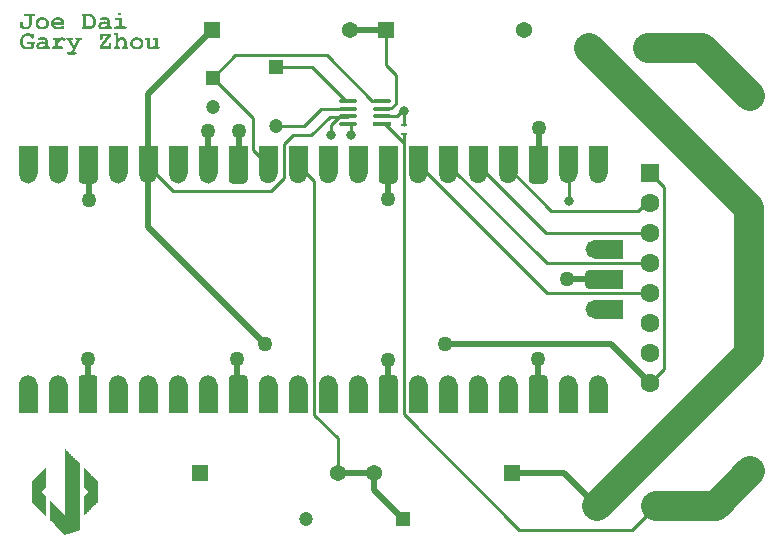
<source format=gtl>
G04*
G04 #@! TF.GenerationSoftware,Altium Limited,Altium Designer,23.1.1 (15)*
G04*
G04 Layer_Physical_Order=1*
G04 Layer_Color=255*
%FSLAX25Y25*%
%MOIN*%
G70*
G04*
G04 #@! TF.SameCoordinates,D35DB840-2654-421D-A1CD-60E11C52D8AA*
G04*
G04*
G04 #@! TF.FilePolarity,Positive*
G04*
G01*
G75*
%ADD14C,0.01000*%
%ADD16R,0.02000X0.01000*%
G04:AMPARAMS|DCode=17|XSize=59.06mil|YSize=15.35mil|CornerRadius=7.68mil|HoleSize=0mil|Usage=FLASHONLY|Rotation=180.000|XOffset=0mil|YOffset=0mil|HoleType=Round|Shape=RoundedRectangle|*
%AMROUNDEDRECTD17*
21,1,0.05906,0.00000,0,0,180.0*
21,1,0.04370,0.01535,0,0,180.0*
1,1,0.01535,-0.02185,0.00000*
1,1,0.01535,0.02185,0.00000*
1,1,0.01535,0.02185,0.00000*
1,1,0.01535,-0.02185,0.00000*
%
%ADD17ROUNDEDRECTD17*%
%ADD18R,0.05906X0.01535*%
%ADD20R,0.04724X0.04724*%
%ADD21C,0.04724*%
%ADD26R,0.05400X0.05400*%
%ADD27C,0.06800*%
%ADD28R,0.06800X0.06800*%
%ADD29C,0.05400*%
%ADD34C,0.02000*%
%ADD35C,0.01500*%
%ADD36C,0.10000*%
%ADD37C,0.06319*%
%ADD38R,0.06319X0.06319*%
%ADD39C,0.07087*%
%ADD40R,0.07087X0.07087*%
%ADD41R,0.04724X0.04724*%
%ADD42C,0.05000*%
%ADD43C,0.03150*%
G36*
X125726Y240781D02*
X125755D01*
Y240752D01*
X125784D01*
Y240722D01*
X125813D01*
Y240693D01*
X125842D01*
Y240664D01*
X125872D01*
Y240606D01*
X125901D01*
Y240577D01*
X125930D01*
Y240548D01*
X125959D01*
Y240519D01*
X125988D01*
Y240490D01*
X126017D01*
Y240460D01*
X126046D01*
Y240431D01*
X126075D01*
Y240402D01*
X126104D01*
Y240373D01*
X126134D01*
Y240344D01*
X126163D01*
Y240315D01*
X126221D01*
Y240257D01*
X126250D01*
Y240227D01*
X126279D01*
Y240198D01*
X126308D01*
Y240169D01*
X126338D01*
Y240140D01*
X126367D01*
Y240111D01*
X126396D01*
Y240082D01*
X126425D01*
Y240053D01*
X126454D01*
Y240023D01*
X126483D01*
Y239994D01*
X126512D01*
Y239965D01*
X126541D01*
Y239936D01*
X126570D01*
Y239907D01*
X126600D01*
Y239878D01*
X126629D01*
Y239849D01*
X126658D01*
Y239820D01*
X126687D01*
Y239791D01*
X126716D01*
Y239761D01*
X126745D01*
Y239732D01*
X126774D01*
Y239703D01*
X126804D01*
Y239674D01*
X126833D01*
Y239645D01*
X126862D01*
Y239616D01*
X126891D01*
Y239587D01*
X126920D01*
Y239558D01*
X126949D01*
Y239528D01*
X126978D01*
Y239499D01*
X127007D01*
Y239470D01*
X127036D01*
Y239441D01*
X127066D01*
Y239412D01*
X127095D01*
Y239383D01*
X127124D01*
Y239354D01*
X127153D01*
Y239324D01*
X127182D01*
Y239295D01*
X127211D01*
Y239266D01*
X127240D01*
Y239237D01*
X127269D01*
Y239208D01*
X127299D01*
Y239179D01*
X127328D01*
Y239150D01*
X127357D01*
Y239121D01*
X127386D01*
Y239091D01*
X127415D01*
Y239062D01*
X127444D01*
Y239033D01*
X127473D01*
Y239004D01*
X127503D01*
Y238975D01*
X127532D01*
Y238946D01*
X127561D01*
Y238917D01*
X127590D01*
Y238888D01*
X127619D01*
Y238859D01*
X127648D01*
Y238829D01*
X127677D01*
Y238800D01*
X127706D01*
Y238771D01*
X127735D01*
Y238742D01*
X127765D01*
Y238713D01*
X127794D01*
Y238684D01*
X127823D01*
Y238655D01*
X127852D01*
Y238626D01*
X127881D01*
Y238596D01*
X127910D01*
Y238567D01*
X127939D01*
Y238538D01*
X127969D01*
Y238509D01*
X127998D01*
Y238480D01*
X128027D01*
Y238451D01*
X128056D01*
Y238422D01*
X128085D01*
Y238392D01*
X128114D01*
Y238363D01*
X128143D01*
Y238334D01*
X128172D01*
Y238305D01*
X128201D01*
Y238276D01*
X128231D01*
Y238247D01*
X128260D01*
Y238218D01*
X128289D01*
Y238189D01*
X128318D01*
Y238159D01*
X128347D01*
Y238130D01*
X128376D01*
Y238101D01*
X128405D01*
Y238072D01*
X128435D01*
Y238043D01*
X128464D01*
Y238014D01*
X128493D01*
Y237985D01*
X128522D01*
Y237956D01*
X128551D01*
Y237927D01*
X128580D01*
Y237897D01*
X128609D01*
Y237868D01*
X128638D01*
Y237839D01*
X128667D01*
Y237810D01*
X128697D01*
Y237781D01*
X128726D01*
Y237752D01*
X128755D01*
Y237723D01*
X128784D01*
Y237694D01*
X128813D01*
Y237664D01*
X128842D01*
Y237635D01*
X128871D01*
Y237606D01*
X128901D01*
Y237577D01*
X128930D01*
Y237548D01*
X128959D01*
Y237519D01*
X128988D01*
Y237490D01*
X129017D01*
Y237460D01*
X129046D01*
Y237431D01*
X129075D01*
Y237402D01*
X129104D01*
Y237373D01*
X129133D01*
Y237344D01*
X129163D01*
Y237315D01*
X129192D01*
Y237286D01*
X129221D01*
Y237257D01*
X129250D01*
Y237228D01*
X129279D01*
Y237198D01*
X129308D01*
Y237169D01*
X129337D01*
Y237140D01*
X129367D01*
Y237111D01*
X129396D01*
Y237082D01*
X129425D01*
Y237053D01*
X129454D01*
Y237024D01*
X129483D01*
Y236995D01*
X129512D01*
Y236965D01*
X129541D01*
Y236936D01*
X129570D01*
Y236907D01*
X129599D01*
Y236878D01*
X129629D01*
Y236849D01*
X129658D01*
Y236820D01*
X129687D01*
Y236791D01*
X129716D01*
Y236761D01*
X129745D01*
Y236732D01*
X129774D01*
Y236703D01*
X129803D01*
Y236674D01*
X129832D01*
Y236645D01*
X129862D01*
Y236616D01*
X129891D01*
Y236587D01*
X129920D01*
Y236558D01*
X129949D01*
Y236528D01*
X130007D01*
Y236499D01*
X130036D01*
Y236470D01*
X130066D01*
Y236441D01*
X130095D01*
Y236412D01*
X130124D01*
Y236383D01*
X130153D01*
Y236354D01*
X130182D01*
Y236325D01*
X130211D01*
Y236296D01*
X130240D01*
Y236266D01*
X130269D01*
Y236237D01*
X130298D01*
Y236208D01*
X130328D01*
Y236179D01*
X130357D01*
Y236121D01*
X130386D01*
Y222840D01*
X130415D01*
Y213840D01*
X130386D01*
Y213811D01*
X130298D01*
Y213782D01*
X130182D01*
Y213753D01*
X130095D01*
Y213724D01*
X130066D01*
Y213695D01*
X130036D01*
Y213665D01*
X129920D01*
Y213636D01*
X129745D01*
Y213607D01*
X129658D01*
Y213578D01*
X129629D01*
Y213549D01*
X129570D01*
Y213520D01*
X129454D01*
Y213491D01*
X129250D01*
Y213461D01*
X129192D01*
Y213432D01*
X129163D01*
Y213403D01*
X129104D01*
Y213374D01*
X129046D01*
Y213345D01*
X128842D01*
Y213316D01*
X128755D01*
Y213287D01*
X128726D01*
Y213258D01*
X128667D01*
Y213229D01*
X128609D01*
Y213199D01*
X128318D01*
Y213170D01*
X128289D01*
Y213141D01*
X128231D01*
Y213112D01*
X128172D01*
Y213083D01*
X128143D01*
Y213054D01*
X127852D01*
Y213025D01*
X127823D01*
Y212996D01*
X127794D01*
Y212966D01*
X127735D01*
Y212937D01*
X127706D01*
Y212908D01*
X127415D01*
Y212879D01*
X127357D01*
Y212850D01*
X127299D01*
Y212821D01*
X127269D01*
Y212792D01*
X127240D01*
Y212763D01*
X127036D01*
Y212733D01*
X126920D01*
Y212704D01*
X126862D01*
Y212675D01*
X126804D01*
Y212646D01*
X126774D01*
Y212617D01*
X126629D01*
Y212588D01*
X126454D01*
Y212559D01*
X126367D01*
Y212530D01*
X126338D01*
Y212500D01*
X126279D01*
Y212471D01*
X126192D01*
Y212442D01*
X125988D01*
Y212413D01*
X125930D01*
Y212384D01*
X125901D01*
Y212355D01*
X125813D01*
Y212326D01*
X125755D01*
Y212297D01*
X125493D01*
Y212326D01*
X125464D01*
Y212355D01*
X125435D01*
Y212384D01*
X125406D01*
Y212413D01*
X125376D01*
Y212442D01*
X125347D01*
Y212471D01*
X125318D01*
Y212500D01*
X125289D01*
Y212530D01*
X125260D01*
Y212559D01*
X125231D01*
Y212588D01*
X125202D01*
Y212617D01*
X125172D01*
Y212646D01*
X125143D01*
Y212675D01*
X125114D01*
Y212704D01*
X125085D01*
Y212733D01*
X125056D01*
Y212763D01*
X125027D01*
Y212792D01*
X124998D01*
Y212821D01*
X124969D01*
Y212850D01*
X124940D01*
Y212879D01*
X124910D01*
Y212908D01*
X124881D01*
Y212937D01*
X124852D01*
Y212966D01*
X124823D01*
Y212996D01*
X124794D01*
Y213025D01*
X124765D01*
Y213054D01*
X124736D01*
Y213083D01*
X124706D01*
Y213112D01*
X124677D01*
Y213141D01*
X124648D01*
Y213170D01*
X124619D01*
Y213199D01*
X124590D01*
Y213229D01*
X124561D01*
Y213258D01*
X124532D01*
Y213287D01*
X124503D01*
Y213316D01*
X124474D01*
Y213345D01*
X124444D01*
Y213374D01*
X124415D01*
Y213403D01*
X124386D01*
Y213432D01*
X124357D01*
Y213461D01*
X124328D01*
Y213491D01*
X124299D01*
Y213520D01*
X124270D01*
Y213549D01*
X124241D01*
Y213578D01*
X124211D01*
Y213607D01*
X124182D01*
Y213636D01*
X124153D01*
Y213665D01*
X124124D01*
Y213695D01*
X124095D01*
Y213724D01*
X124066D01*
Y213753D01*
X124037D01*
Y213782D01*
X124007D01*
Y213811D01*
X123978D01*
Y213840D01*
X123949D01*
Y213869D01*
X123920D01*
Y213898D01*
X123891D01*
Y213928D01*
X123862D01*
Y213957D01*
X123833D01*
Y213986D01*
X123804D01*
Y214015D01*
X123775D01*
Y214044D01*
X123745D01*
Y214073D01*
X123716D01*
Y214102D01*
X123687D01*
Y214131D01*
X123658D01*
Y214161D01*
X123629D01*
Y214190D01*
X123600D01*
Y214219D01*
X123571D01*
Y214248D01*
X123541D01*
Y214277D01*
X123512D01*
Y214306D01*
X123483D01*
Y214335D01*
X123454D01*
Y214364D01*
X123425D01*
Y214394D01*
X123396D01*
Y214423D01*
X123367D01*
Y214452D01*
X123338D01*
Y214481D01*
X123309D01*
Y214510D01*
X123279D01*
Y214539D01*
X123250D01*
Y214568D01*
X123221D01*
Y214597D01*
X123192D01*
Y214627D01*
X123163D01*
Y214656D01*
X123134D01*
Y214685D01*
X123105D01*
Y214714D01*
X123075D01*
Y214743D01*
X123046D01*
Y214772D01*
X123017D01*
Y214801D01*
X122988D01*
Y214830D01*
X122959D01*
Y214860D01*
X122930D01*
Y214889D01*
X122901D01*
Y214918D01*
X122872D01*
Y214947D01*
X122843D01*
Y214976D01*
X122813D01*
Y215005D01*
X122784D01*
Y215034D01*
X122755D01*
Y215063D01*
X122726D01*
Y215092D01*
X122697D01*
Y215122D01*
X122668D01*
Y215151D01*
X122639D01*
Y215180D01*
X122609D01*
Y215209D01*
X122580D01*
Y215238D01*
X122551D01*
Y215267D01*
X122522D01*
Y215296D01*
X122493D01*
Y215326D01*
X122464D01*
Y215355D01*
X122435D01*
Y215384D01*
X122406D01*
Y215413D01*
X122377D01*
Y215442D01*
X122347D01*
Y215471D01*
X122318D01*
Y215500D01*
X122289D01*
Y215529D01*
X122260D01*
Y215559D01*
X122231D01*
Y215588D01*
X122202D01*
Y215617D01*
X122173D01*
Y215675D01*
X122143D01*
Y215704D01*
X122114D01*
Y215733D01*
X122085D01*
Y215762D01*
X122056D01*
Y215792D01*
X122027D01*
Y215821D01*
X121998D01*
Y215850D01*
X121969D01*
Y215879D01*
X121940D01*
Y215908D01*
X121911D01*
Y215937D01*
X121881D01*
Y215966D01*
X121852D01*
Y215995D01*
X121823D01*
Y216024D01*
X121794D01*
Y216054D01*
X121765D01*
Y216083D01*
X121736D01*
Y216112D01*
X121707D01*
Y216141D01*
X121677D01*
Y216170D01*
X121648D01*
Y216199D01*
X121619D01*
Y216228D01*
X121590D01*
Y216258D01*
X121561D01*
Y216287D01*
X121532D01*
Y216316D01*
X121503D01*
Y216345D01*
X121474D01*
Y216374D01*
X121444D01*
Y216403D01*
X121415D01*
Y216432D01*
X121386D01*
Y216461D01*
X121357D01*
Y216491D01*
X121328D01*
Y216520D01*
X121299D01*
Y216549D01*
X121270D01*
Y216578D01*
X121241D01*
Y216607D01*
X121212D01*
Y216636D01*
X121182D01*
Y216665D01*
X121153D01*
Y216694D01*
X121124D01*
Y216723D01*
X121095D01*
Y216753D01*
X121066D01*
Y216782D01*
X121037D01*
Y216811D01*
X120978D01*
Y216840D01*
X120949D01*
Y216869D01*
X120920D01*
Y216898D01*
X120891D01*
Y216927D01*
X120862D01*
Y216957D01*
X120833D01*
Y216986D01*
X120804D01*
Y217015D01*
X120775D01*
Y217044D01*
X120746D01*
Y217073D01*
X120716D01*
Y217102D01*
X120687D01*
Y217131D01*
X120658D01*
Y217160D01*
X120629D01*
Y223539D01*
X120658D01*
Y223568D01*
X120746D01*
Y223539D01*
X120804D01*
Y223510D01*
X120833D01*
Y223481D01*
X120862D01*
Y223451D01*
X120891D01*
Y223393D01*
X120920D01*
Y223364D01*
X120949D01*
Y223335D01*
X120978D01*
Y223306D01*
X121008D01*
Y223277D01*
X121037D01*
Y223248D01*
X121066D01*
Y223218D01*
X121095D01*
Y223189D01*
X121124D01*
Y223160D01*
X121153D01*
Y223131D01*
X121182D01*
Y223102D01*
X121212D01*
Y223073D01*
X121241D01*
Y223044D01*
X121270D01*
Y223014D01*
X121299D01*
Y222985D01*
X121328D01*
Y222956D01*
X121357D01*
Y222927D01*
X121386D01*
Y222898D01*
X121415D01*
Y222869D01*
X121444D01*
Y222840D01*
X121474D01*
Y222811D01*
X121503D01*
Y222781D01*
X121532D01*
Y222752D01*
X121561D01*
Y222723D01*
X121590D01*
Y222694D01*
X121619D01*
Y222665D01*
X121648D01*
Y222636D01*
X121677D01*
Y222607D01*
X121707D01*
Y222578D01*
X121736D01*
Y222549D01*
X121765D01*
Y222519D01*
X121794D01*
Y222490D01*
X121823D01*
Y222461D01*
X121852D01*
Y222432D01*
X121881D01*
Y222403D01*
X121911D01*
Y222374D01*
X121940D01*
Y222345D01*
X121969D01*
Y222316D01*
X121998D01*
Y222286D01*
X122027D01*
Y222257D01*
X122056D01*
Y222228D01*
X122085D01*
Y222199D01*
X122114D01*
Y222170D01*
X122143D01*
Y222141D01*
X122173D01*
Y222112D01*
X122202D01*
Y222082D01*
X122231D01*
Y222053D01*
X122260D01*
Y222024D01*
X122289D01*
Y221995D01*
X122318D01*
Y221966D01*
X122347D01*
Y221937D01*
X122377D01*
Y221908D01*
X122406D01*
Y221879D01*
X122435D01*
Y221849D01*
X122464D01*
Y221820D01*
X122493D01*
Y221791D01*
X122522D01*
Y221762D01*
X122551D01*
Y221733D01*
X122580D01*
Y221704D01*
X122609D01*
Y221675D01*
X122639D01*
Y221646D01*
X122668D01*
Y221617D01*
X122697D01*
Y221587D01*
X122726D01*
Y221558D01*
X122755D01*
Y221529D01*
X122784D01*
Y221500D01*
X122813D01*
Y221471D01*
X122843D01*
Y221442D01*
X122872D01*
Y221413D01*
X122901D01*
Y221384D01*
X122930D01*
Y221354D01*
X122959D01*
Y221325D01*
X122988D01*
Y221296D01*
X123017D01*
Y221267D01*
X123046D01*
Y221238D01*
X123075D01*
Y221209D01*
X123105D01*
Y221180D01*
X123134D01*
Y221150D01*
X123163D01*
Y221121D01*
X123192D01*
Y221092D01*
X123221D01*
Y221063D01*
X123250D01*
Y221034D01*
X123279D01*
Y221005D01*
X123309D01*
Y220976D01*
X123338D01*
Y220947D01*
X123367D01*
Y220918D01*
X123396D01*
Y220888D01*
X123425D01*
Y220859D01*
X123454D01*
Y220830D01*
X123483D01*
Y220801D01*
X123512D01*
Y220772D01*
X123541D01*
Y220743D01*
X123571D01*
Y220714D01*
X123600D01*
Y220685D01*
X123629D01*
Y220655D01*
X123687D01*
Y220626D01*
X123716D01*
Y220597D01*
X123745D01*
Y220568D01*
X123775D01*
Y220539D01*
X123804D01*
Y220510D01*
X123833D01*
Y220481D01*
X123862D01*
Y220451D01*
X123891D01*
Y220422D01*
X123920D01*
Y220393D01*
X123949D01*
Y220364D01*
X123978D01*
Y220335D01*
X124007D01*
Y220306D01*
X124037D01*
Y220277D01*
X124066D01*
Y220248D01*
X124095D01*
Y220218D01*
X124124D01*
Y220189D01*
X124153D01*
Y220160D01*
X124182D01*
Y220131D01*
X124211D01*
Y220102D01*
X124241D01*
Y220073D01*
X124270D01*
Y220044D01*
X124299D01*
Y220015D01*
X124328D01*
Y219986D01*
X124357D01*
Y219956D01*
X124386D01*
Y219927D01*
X124415D01*
Y219898D01*
X124444D01*
Y219869D01*
X124474D01*
Y219840D01*
X124503D01*
Y219811D01*
X124532D01*
Y219782D01*
X124561D01*
Y219753D01*
X124590D01*
Y219723D01*
X124619D01*
Y219694D01*
X124648D01*
Y219665D01*
X124677D01*
Y219636D01*
X124706D01*
Y219607D01*
X124736D01*
Y219578D01*
X124765D01*
Y219549D01*
X124794D01*
Y219519D01*
X124823D01*
Y219490D01*
X124852D01*
Y219461D01*
X124881D01*
Y219432D01*
X124910D01*
Y219403D01*
X124940D01*
Y219374D01*
X124969D01*
Y219345D01*
X124998D01*
Y219316D01*
X125027D01*
Y219286D01*
X125056D01*
Y219257D01*
X125085D01*
Y219228D01*
X125114D01*
Y219199D01*
X125143D01*
Y219170D01*
X125172D01*
Y219141D01*
X125202D01*
Y219112D01*
X125231D01*
Y219083D01*
X125260D01*
Y219054D01*
X125289D01*
Y219024D01*
X125318D01*
Y218995D01*
X125347D01*
Y218966D01*
X125376D01*
Y218937D01*
X125406D01*
Y218908D01*
X125435D01*
Y218879D01*
X125464D01*
Y218850D01*
X125493D01*
Y218821D01*
X125522D01*
Y218791D01*
X125580D01*
Y221558D01*
X125609D01*
Y227442D01*
Y227471D01*
Y237198D01*
X125580D01*
Y240781D01*
X125609D01*
Y240810D01*
X125726D01*
Y240781D01*
D02*
G37*
G36*
X131959Y234548D02*
X132017D01*
Y234490D01*
X132046D01*
Y234461D01*
X132075D01*
Y234432D01*
X132104D01*
Y234402D01*
X132133D01*
Y234373D01*
X132162D01*
Y234344D01*
X132192D01*
Y234315D01*
X132221D01*
Y234286D01*
X132250D01*
Y234257D01*
X132279D01*
Y234228D01*
X132308D01*
Y234198D01*
X132337D01*
Y234169D01*
X132366D01*
Y234140D01*
X132396D01*
Y234111D01*
X132425D01*
Y234082D01*
X132454D01*
Y234053D01*
X132483D01*
Y234024D01*
X132512D01*
Y233995D01*
X132541D01*
Y233965D01*
X132570D01*
Y233936D01*
X132599D01*
Y233907D01*
X132629D01*
Y233878D01*
X132658D01*
Y233849D01*
X132687D01*
Y233820D01*
X132716D01*
Y233791D01*
X132745D01*
Y233762D01*
X132774D01*
Y233733D01*
X132803D01*
Y233703D01*
X132832D01*
Y233674D01*
X132861D01*
Y233645D01*
X132891D01*
Y233616D01*
X132920D01*
Y233587D01*
X132949D01*
Y233558D01*
X132978D01*
Y233529D01*
X133007D01*
Y233500D01*
X133036D01*
Y233470D01*
X133065D01*
Y233441D01*
X133095D01*
Y233412D01*
X133124D01*
Y233383D01*
X133153D01*
Y233354D01*
X133182D01*
Y233325D01*
X133211D01*
Y233296D01*
X133240D01*
Y233266D01*
X133269D01*
Y233237D01*
X133298D01*
Y233208D01*
X133327D01*
Y233179D01*
X133357D01*
Y233150D01*
X133386D01*
Y233121D01*
X133415D01*
Y233092D01*
X133444D01*
Y233063D01*
X133473D01*
Y233033D01*
X133502D01*
Y233004D01*
X133531D01*
Y232975D01*
X133561D01*
Y232946D01*
X133590D01*
Y232917D01*
X133619D01*
Y232888D01*
X133648D01*
Y232859D01*
X133677D01*
Y232830D01*
X133706D01*
Y232801D01*
X133735D01*
Y232771D01*
X133764D01*
Y232742D01*
X133793D01*
Y232713D01*
X133823D01*
Y232684D01*
X133852D01*
Y232626D01*
X133881D01*
Y232597D01*
X133910D01*
Y232568D01*
X133939D01*
Y232538D01*
X133968D01*
Y232509D01*
X133997D01*
Y232480D01*
X134027D01*
Y232451D01*
X134056D01*
Y232422D01*
X134085D01*
Y232393D01*
X134114D01*
Y232364D01*
X134143D01*
Y232334D01*
X134172D01*
Y232305D01*
X134201D01*
Y232276D01*
X134230D01*
Y232247D01*
X134259D01*
Y232218D01*
X134289D01*
Y232189D01*
X134318D01*
Y232160D01*
X134347D01*
Y232131D01*
X134376D01*
Y232101D01*
X134405D01*
Y232072D01*
X134434D01*
Y232043D01*
X134493D01*
Y232014D01*
X134522D01*
Y231985D01*
X134551D01*
Y231956D01*
X134580D01*
Y231927D01*
X134609D01*
Y231898D01*
X134638D01*
Y231869D01*
X134667D01*
Y231839D01*
X134696D01*
Y231810D01*
X134725D01*
Y231781D01*
X134755D01*
Y231752D01*
X134784D01*
Y231723D01*
X134813D01*
Y231694D01*
X134842D01*
Y231665D01*
X134871D01*
Y231635D01*
X134900D01*
Y231606D01*
X134929D01*
Y231577D01*
X134959D01*
Y231548D01*
X134988D01*
Y231519D01*
X135017D01*
Y231490D01*
X135046D01*
Y231461D01*
X135075D01*
Y231432D01*
X135104D01*
Y231402D01*
X135133D01*
Y231373D01*
X135162D01*
Y231344D01*
X135192D01*
Y231315D01*
X135221D01*
Y231286D01*
X135250D01*
Y231257D01*
X135279D01*
Y231228D01*
X135308D01*
Y231199D01*
X135337D01*
Y231170D01*
X135366D01*
Y231140D01*
X135395D01*
Y231111D01*
X135424D01*
Y231082D01*
X135454D01*
Y231053D01*
X135483D01*
Y231024D01*
X135512D01*
Y230995D01*
X135541D01*
Y230966D01*
X135570D01*
Y230937D01*
X135599D01*
Y230907D01*
X135628D01*
Y230878D01*
X135658D01*
Y230849D01*
X135687D01*
Y230820D01*
X135716D01*
Y230791D01*
X135745D01*
Y230762D01*
X135774D01*
Y230733D01*
X135803D01*
Y230703D01*
X135832D01*
Y230674D01*
X135861D01*
Y230645D01*
X135890D01*
Y230616D01*
X135920D01*
Y230587D01*
X135949D01*
Y230558D01*
X135978D01*
Y230529D01*
X136007D01*
Y230500D01*
X136036D01*
Y230470D01*
X136065D01*
Y230441D01*
X136094D01*
Y230412D01*
X136124D01*
Y230383D01*
X136153D01*
Y230354D01*
X136182D01*
Y230325D01*
X136211D01*
Y230296D01*
X136240D01*
Y230267D01*
X136269D01*
Y230238D01*
X136298D01*
Y230208D01*
X136327D01*
Y230179D01*
X136356D01*
Y230150D01*
X136386D01*
Y230121D01*
X136415D01*
Y230092D01*
X136444D01*
Y230063D01*
X136473D01*
Y230034D01*
X136502D01*
Y230005D01*
X136531D01*
Y229975D01*
X136560D01*
Y229946D01*
X136590D01*
Y229917D01*
X136619D01*
Y229888D01*
X136648D01*
Y229859D01*
X136677D01*
Y223422D01*
X136648D01*
Y223335D01*
X136619D01*
Y223306D01*
X136560D01*
Y223277D01*
X136531D01*
Y223248D01*
X136502D01*
Y223218D01*
X136473D01*
Y223189D01*
X136444D01*
Y223160D01*
X136415D01*
Y223131D01*
X136386D01*
Y223102D01*
X136356D01*
Y223073D01*
X136327D01*
Y223044D01*
X136298D01*
Y223014D01*
X136269D01*
Y222985D01*
X136240D01*
Y222956D01*
X136211D01*
Y222927D01*
X136182D01*
Y222898D01*
X136153D01*
Y222869D01*
X136124D01*
Y222840D01*
X136094D01*
Y222811D01*
X136065D01*
Y222781D01*
X136036D01*
Y222752D01*
X136007D01*
Y222723D01*
X135978D01*
Y222694D01*
X135949D01*
Y222665D01*
X135920D01*
Y222636D01*
X135890D01*
Y222607D01*
X135861D01*
Y222578D01*
X135832D01*
Y222549D01*
X135803D01*
Y222519D01*
X135774D01*
Y222490D01*
X135745D01*
Y222461D01*
X135716D01*
Y222432D01*
X135687D01*
Y222403D01*
X135658D01*
Y222374D01*
X135628D01*
Y222345D01*
X135599D01*
Y222316D01*
X135570D01*
Y222286D01*
X135541D01*
Y222257D01*
X135512D01*
Y222228D01*
X135483D01*
Y222199D01*
X135454D01*
Y222170D01*
X135424D01*
Y222141D01*
X135395D01*
Y222112D01*
X135366D01*
Y222082D01*
X135337D01*
Y222053D01*
X135308D01*
Y222024D01*
X135279D01*
Y221995D01*
X135250D01*
Y221966D01*
X135221D01*
Y221937D01*
X135192D01*
Y221908D01*
X135162D01*
Y221879D01*
X135133D01*
Y221849D01*
X135104D01*
Y221820D01*
X135075D01*
Y221791D01*
X135046D01*
Y221762D01*
X135017D01*
Y221733D01*
X134988D01*
Y221704D01*
X134959D01*
Y221675D01*
X134929D01*
Y221646D01*
X134900D01*
Y221617D01*
X134871D01*
Y221587D01*
X134842D01*
Y221558D01*
X134813D01*
Y221529D01*
X134784D01*
Y221500D01*
X134755D01*
Y221471D01*
X134725D01*
Y221442D01*
X134696D01*
Y221413D01*
X134667D01*
Y221384D01*
X134638D01*
Y221354D01*
X134609D01*
Y221325D01*
X134580D01*
Y221296D01*
X134551D01*
Y221267D01*
X134522D01*
Y221238D01*
X134493D01*
Y221209D01*
X134463D01*
Y221180D01*
X134434D01*
Y221150D01*
X134405D01*
Y221121D01*
X134376D01*
Y221092D01*
X134347D01*
Y221063D01*
X134318D01*
Y221034D01*
X134289D01*
Y221005D01*
X134259D01*
Y220976D01*
X134230D01*
Y220947D01*
X134201D01*
Y220918D01*
X134172D01*
Y220888D01*
X134143D01*
Y220859D01*
X134114D01*
Y220830D01*
X134085D01*
Y220801D01*
X134056D01*
Y220772D01*
X134027D01*
Y220743D01*
X133997D01*
Y220714D01*
X133968D01*
Y220685D01*
X133939D01*
Y220655D01*
X133910D01*
Y220626D01*
X133881D01*
Y220597D01*
X133852D01*
Y220568D01*
X133823D01*
Y220539D01*
X133793D01*
Y220510D01*
X133764D01*
Y220481D01*
X133735D01*
Y220451D01*
X133706D01*
Y220422D01*
X133677D01*
Y220393D01*
X133648D01*
Y220364D01*
X133619D01*
Y220335D01*
X133590D01*
Y220306D01*
X133561D01*
Y220277D01*
X133531D01*
Y220248D01*
X133502D01*
Y220218D01*
X133473D01*
Y220189D01*
X133444D01*
Y220160D01*
X133415D01*
Y220131D01*
X133386D01*
Y220102D01*
X133357D01*
Y220073D01*
X133327D01*
Y220044D01*
X133298D01*
Y220015D01*
X133269D01*
Y219986D01*
X133240D01*
Y219956D01*
X133211D01*
Y219927D01*
X133182D01*
Y219898D01*
X133153D01*
Y219869D01*
X133124D01*
Y219840D01*
X133095D01*
Y219811D01*
X133065D01*
Y219782D01*
X133036D01*
Y219753D01*
X133007D01*
Y219723D01*
X132978D01*
Y219694D01*
X132949D01*
Y219665D01*
X132920D01*
Y219636D01*
X132891D01*
Y219607D01*
X132861D01*
Y219578D01*
X132832D01*
Y219549D01*
X132803D01*
Y219519D01*
X132774D01*
Y219490D01*
X132745D01*
Y219461D01*
X132716D01*
Y219432D01*
X132687D01*
Y219403D01*
X132658D01*
Y219374D01*
X132629D01*
Y219345D01*
X132599D01*
Y219316D01*
X132570D01*
Y219286D01*
X132541D01*
Y219257D01*
X132512D01*
Y219228D01*
X132483D01*
Y219199D01*
X132454D01*
Y219170D01*
X132425D01*
Y219141D01*
X132396D01*
Y219112D01*
X132366D01*
Y219083D01*
X132337D01*
Y219054D01*
X132308D01*
Y219024D01*
X132279D01*
Y218995D01*
X132250D01*
Y218966D01*
X132221D01*
Y218937D01*
X132192D01*
Y218908D01*
X132162D01*
Y218879D01*
X132133D01*
Y218850D01*
X132104D01*
Y218821D01*
X132075D01*
Y218791D01*
X132046D01*
Y218733D01*
X132017D01*
Y218704D01*
X131959D01*
Y218675D01*
X131900D01*
Y218704D01*
X131842D01*
Y218733D01*
X131813D01*
Y225053D01*
X131842D01*
Y225082D01*
X131871D01*
Y225141D01*
X131900D01*
Y225170D01*
X131930D01*
Y225199D01*
X131959D01*
Y225228D01*
X131988D01*
Y225257D01*
X132017D01*
Y225286D01*
X132046D01*
Y225315D01*
X132075D01*
Y225344D01*
X132104D01*
Y225374D01*
X132133D01*
Y225403D01*
X132162D01*
Y225432D01*
X132192D01*
Y225461D01*
X132221D01*
Y225490D01*
X132250D01*
Y225519D01*
X132279D01*
Y225548D01*
X132308D01*
Y225577D01*
X132337D01*
Y225607D01*
X132366D01*
Y225636D01*
X132396D01*
Y225665D01*
X132425D01*
Y225694D01*
X132454D01*
Y225723D01*
X132483D01*
Y225752D01*
X132512D01*
Y225781D01*
X132541D01*
Y225811D01*
X132570D01*
Y225840D01*
X132599D01*
Y225869D01*
X132629D01*
Y225898D01*
X132658D01*
Y225927D01*
X132687D01*
Y225956D01*
X132716D01*
Y225985D01*
X132745D01*
Y226014D01*
X132774D01*
Y226044D01*
X132803D01*
Y226073D01*
X132832D01*
Y226102D01*
X132861D01*
Y226131D01*
X132891D01*
Y226160D01*
X132920D01*
Y226189D01*
X132949D01*
Y226218D01*
X132978D01*
Y226247D01*
X133007D01*
Y226276D01*
X133036D01*
Y226306D01*
X133065D01*
Y226335D01*
X133095D01*
Y226364D01*
X133124D01*
Y226393D01*
X133153D01*
Y226422D01*
X133182D01*
Y226451D01*
X133211D01*
Y226480D01*
X133240D01*
Y226509D01*
X133269D01*
Y226539D01*
X133298D01*
Y226568D01*
X133327D01*
Y226597D01*
X133357D01*
Y226743D01*
X133327D01*
Y226772D01*
X133298D01*
Y226801D01*
X133269D01*
Y226830D01*
X133211D01*
Y226888D01*
X133153D01*
Y226917D01*
X133124D01*
Y226946D01*
X133095D01*
Y226975D01*
X133065D01*
Y227005D01*
X133036D01*
Y227034D01*
X133007D01*
Y227092D01*
X132949D01*
Y227121D01*
X132920D01*
Y227150D01*
X132891D01*
Y227179D01*
X132861D01*
Y227238D01*
X132803D01*
Y227267D01*
X132774D01*
Y227296D01*
X132745D01*
Y227325D01*
X132716D01*
Y227354D01*
X132687D01*
Y227383D01*
X132658D01*
Y227442D01*
X132599D01*
Y227471D01*
X132570D01*
Y227500D01*
X132541D01*
Y227529D01*
X132512D01*
Y227587D01*
X132454D01*
Y227616D01*
X132425D01*
Y227645D01*
X132396D01*
Y227675D01*
X132366D01*
Y227704D01*
X132337D01*
Y227733D01*
X132308D01*
Y227762D01*
X132279D01*
Y227791D01*
X132250D01*
Y227820D01*
X132221D01*
Y227849D01*
X132192D01*
Y227878D01*
X132162D01*
Y227937D01*
X132104D01*
Y227966D01*
X132075D01*
Y227995D01*
X132046D01*
Y228024D01*
X132017D01*
Y228053D01*
X131988D01*
Y228082D01*
X131959D01*
Y228111D01*
X131930D01*
Y228140D01*
X131900D01*
Y228170D01*
X131871D01*
Y234402D01*
X131900D01*
Y234548D01*
X131930D01*
Y234577D01*
X131959D01*
Y234548D01*
D02*
G37*
G36*
X119144D02*
X119173D01*
Y233179D01*
Y233150D01*
Y228170D01*
X119144D01*
Y228140D01*
X119114D01*
Y228111D01*
X119085D01*
Y228082D01*
X119056D01*
Y228053D01*
X119027D01*
Y228024D01*
X118998D01*
Y227995D01*
X118969D01*
Y227966D01*
X118940D01*
Y227937D01*
X118911D01*
Y227907D01*
X118881D01*
Y227878D01*
X118852D01*
Y227849D01*
X118823D01*
Y227820D01*
X118794D01*
Y227791D01*
X118765D01*
Y227762D01*
X118736D01*
Y227733D01*
X118707D01*
Y227704D01*
X118678D01*
Y227675D01*
X118649D01*
Y227645D01*
X118619D01*
Y227616D01*
X118590D01*
Y227587D01*
X118561D01*
Y227558D01*
X118532D01*
Y227529D01*
X118503D01*
Y227500D01*
X118474D01*
Y227471D01*
X118445D01*
Y227442D01*
X118415D01*
Y227412D01*
X118386D01*
Y227383D01*
X118357D01*
Y227354D01*
X118328D01*
Y227325D01*
X118299D01*
Y227296D01*
X118270D01*
Y227267D01*
X118241D01*
Y227238D01*
X118212D01*
Y227208D01*
X118183D01*
Y227179D01*
X118153D01*
Y227150D01*
X118124D01*
Y227121D01*
X118095D01*
Y227092D01*
X118066D01*
Y227063D01*
X118037D01*
Y227034D01*
X118008D01*
Y227005D01*
X117979D01*
Y226975D01*
X117949D01*
Y226946D01*
X117920D01*
Y226917D01*
X117891D01*
Y226888D01*
X117862D01*
Y226859D01*
X117833D01*
Y226830D01*
X117804D01*
Y226801D01*
X117775D01*
Y226772D01*
X117717D01*
Y226713D01*
X117687D01*
Y226655D01*
X117717D01*
Y226597D01*
X117746D01*
Y226568D01*
X117775D01*
Y226539D01*
X117804D01*
Y226509D01*
X117833D01*
Y226480D01*
X117862D01*
Y226451D01*
X117891D01*
Y226422D01*
X117920D01*
Y226393D01*
X117949D01*
Y226364D01*
X117979D01*
Y226335D01*
X118008D01*
Y226306D01*
X118037D01*
Y226276D01*
X118066D01*
Y226247D01*
X118095D01*
Y226218D01*
X118124D01*
Y226189D01*
X118153D01*
Y226160D01*
X118183D01*
Y226131D01*
X118212D01*
Y226102D01*
X118241D01*
Y226073D01*
X118270D01*
Y226044D01*
X118299D01*
Y226014D01*
X118328D01*
Y225985D01*
X118357D01*
Y225956D01*
X118386D01*
Y225927D01*
X118415D01*
Y225898D01*
X118445D01*
Y225869D01*
X118474D01*
Y225840D01*
X118503D01*
Y225811D01*
X118532D01*
Y225781D01*
X118561D01*
Y225752D01*
X118590D01*
Y225723D01*
X118619D01*
Y225694D01*
X118649D01*
Y225665D01*
X118678D01*
Y225636D01*
X118707D01*
Y225607D01*
X118736D01*
Y225577D01*
X118765D01*
Y225548D01*
X118794D01*
Y225519D01*
X118823D01*
Y225490D01*
X118852D01*
Y225461D01*
X118881D01*
Y225432D01*
X118911D01*
Y225403D01*
X118940D01*
Y225374D01*
X118969D01*
Y225344D01*
X118998D01*
Y225315D01*
X119027D01*
Y225286D01*
X119056D01*
Y225257D01*
X119085D01*
Y225228D01*
X119114D01*
Y225199D01*
X119144D01*
Y225170D01*
X119173D01*
Y225141D01*
X119202D01*
Y225112D01*
X119231D01*
Y219519D01*
X119260D01*
Y218762D01*
X119231D01*
Y218704D01*
X119173D01*
Y218675D01*
X119085D01*
Y218704D01*
X119056D01*
Y218733D01*
X119027D01*
Y218762D01*
X118998D01*
Y218791D01*
X118969D01*
Y218850D01*
X118940D01*
Y218879D01*
X118911D01*
Y218908D01*
X118881D01*
Y218937D01*
X118852D01*
Y218966D01*
X118823D01*
Y218995D01*
X118794D01*
Y219024D01*
X118765D01*
Y219054D01*
X118736D01*
Y219083D01*
X118707D01*
Y219112D01*
X118678D01*
Y219141D01*
X118649D01*
Y219170D01*
X118619D01*
Y219199D01*
X118590D01*
Y219228D01*
X118561D01*
Y219257D01*
X118532D01*
Y219286D01*
X118503D01*
Y219316D01*
X118474D01*
Y219345D01*
X118445D01*
Y219374D01*
X118415D01*
Y219403D01*
X118386D01*
Y219432D01*
X118357D01*
Y219461D01*
X118328D01*
Y219490D01*
X118299D01*
Y219519D01*
X118270D01*
Y219549D01*
X118241D01*
Y219578D01*
X118212D01*
Y219607D01*
X118183D01*
Y219636D01*
X118153D01*
Y219665D01*
X118124D01*
Y219694D01*
X118095D01*
Y219723D01*
X118066D01*
Y219753D01*
X118037D01*
Y219782D01*
X118008D01*
Y219811D01*
X117979D01*
Y219840D01*
X117949D01*
Y219869D01*
X117920D01*
Y219898D01*
X117891D01*
Y219927D01*
X117862D01*
Y219956D01*
X117833D01*
Y219986D01*
X117804D01*
Y220015D01*
X117775D01*
Y220044D01*
X117746D01*
Y220073D01*
X117717D01*
Y220102D01*
X117687D01*
Y220131D01*
X117658D01*
Y220160D01*
X117629D01*
Y220189D01*
X117600D01*
Y220218D01*
X117571D01*
Y220248D01*
X117542D01*
Y220277D01*
X117513D01*
Y220306D01*
X117483D01*
Y220335D01*
X117454D01*
Y220364D01*
X117425D01*
Y220393D01*
X117396D01*
Y220422D01*
X117367D01*
Y220451D01*
X117338D01*
Y220481D01*
X117309D01*
Y220510D01*
X117280D01*
Y220539D01*
X117251D01*
Y220568D01*
X117221D01*
Y220597D01*
X117192D01*
Y220626D01*
X117163D01*
Y220655D01*
X117134D01*
Y220685D01*
X117105D01*
Y220714D01*
X117076D01*
Y220743D01*
X117047D01*
Y220772D01*
X117017D01*
Y220801D01*
X116988D01*
Y220830D01*
X116930D01*
Y220859D01*
X116901D01*
Y220888D01*
X116872D01*
Y220918D01*
X116843D01*
Y220947D01*
X116814D01*
Y220976D01*
X116785D01*
Y221005D01*
X116755D01*
Y221034D01*
X116726D01*
Y221063D01*
X116697D01*
Y221092D01*
X116668D01*
Y221121D01*
X116639D01*
Y221150D01*
X116610D01*
Y221180D01*
X116581D01*
Y221209D01*
X116551D01*
Y221238D01*
X116522D01*
Y221267D01*
X116493D01*
Y221296D01*
X116464D01*
Y221325D01*
X116435D01*
Y221354D01*
X116406D01*
Y221384D01*
X116377D01*
Y221413D01*
X116348D01*
Y221442D01*
X116319D01*
Y221471D01*
X116289D01*
Y221500D01*
X116260D01*
Y221529D01*
X116231D01*
Y221558D01*
X116202D01*
Y221587D01*
X116173D01*
Y221617D01*
X116144D01*
Y221646D01*
X116115D01*
Y221675D01*
X116086D01*
Y221704D01*
X116056D01*
Y221733D01*
X116027D01*
Y221762D01*
X115998D01*
Y221791D01*
X115969D01*
Y221820D01*
X115940D01*
Y221849D01*
X115911D01*
Y221879D01*
X115882D01*
Y221908D01*
X115852D01*
Y221937D01*
X115823D01*
Y221966D01*
X115794D01*
Y221995D01*
X115765D01*
Y222024D01*
X115736D01*
Y222053D01*
X115707D01*
Y222082D01*
X115678D01*
Y222112D01*
X115649D01*
Y222141D01*
X115620D01*
Y222170D01*
X115590D01*
Y222199D01*
X115561D01*
Y222228D01*
X115532D01*
Y222257D01*
X115503D01*
Y222286D01*
X115474D01*
Y222316D01*
X115445D01*
Y222345D01*
X115416D01*
Y222374D01*
X115387D01*
Y222403D01*
X115357D01*
Y222432D01*
X115328D01*
Y222461D01*
X115299D01*
Y222490D01*
X115270D01*
Y222519D01*
X115241D01*
Y222549D01*
X115212D01*
Y222578D01*
X115183D01*
Y222607D01*
X115154D01*
Y222636D01*
X115124D01*
Y222665D01*
X115095D01*
Y222694D01*
X115066D01*
Y222723D01*
X115037D01*
Y222752D01*
X115008D01*
Y222781D01*
X114979D01*
Y222811D01*
X114950D01*
Y222840D01*
X114921D01*
Y222869D01*
X114891D01*
Y222898D01*
X114862D01*
Y222927D01*
X114833D01*
Y222956D01*
X114804D01*
Y222985D01*
X114775D01*
Y223014D01*
X114746D01*
Y223044D01*
X114717D01*
Y223073D01*
X114688D01*
Y223102D01*
X114658D01*
Y223131D01*
X114629D01*
Y223160D01*
X114600D01*
Y223189D01*
X114571D01*
Y223218D01*
X114542D01*
Y223248D01*
X114513D01*
Y223277D01*
X114484D01*
Y223306D01*
X114454D01*
Y223335D01*
X114425D01*
Y223364D01*
X114396D01*
Y229859D01*
X114425D01*
Y229917D01*
X114454D01*
Y229946D01*
X114484D01*
Y229975D01*
X114513D01*
Y230005D01*
X114542D01*
Y230034D01*
X114571D01*
Y230063D01*
X114600D01*
Y230092D01*
X114658D01*
Y230121D01*
X114688D01*
Y230150D01*
X114717D01*
Y230179D01*
X114746D01*
Y230208D01*
X114775D01*
Y230238D01*
X114804D01*
Y230267D01*
X114833D01*
Y230296D01*
X114862D01*
Y230325D01*
X114891D01*
Y230354D01*
X114921D01*
Y230383D01*
X114950D01*
Y230412D01*
X114979D01*
Y230441D01*
X115008D01*
Y230470D01*
X115037D01*
Y230500D01*
X115066D01*
Y230529D01*
X115095D01*
Y230558D01*
X115124D01*
Y230587D01*
X115154D01*
Y230616D01*
X115183D01*
Y230645D01*
X115212D01*
Y230674D01*
X115241D01*
Y230703D01*
X115270D01*
Y230733D01*
X115299D01*
Y230762D01*
X115328D01*
Y230791D01*
X115357D01*
Y230820D01*
X115387D01*
Y230849D01*
X115416D01*
Y230878D01*
X115445D01*
Y230907D01*
X115474D01*
Y230937D01*
X115503D01*
Y230966D01*
X115532D01*
Y230995D01*
X115561D01*
Y231024D01*
X115590D01*
Y231053D01*
X115620D01*
Y231082D01*
X115649D01*
Y231111D01*
X115678D01*
Y231140D01*
X115707D01*
Y231170D01*
X115736D01*
Y231199D01*
X115765D01*
Y231228D01*
X115794D01*
Y231257D01*
X115823D01*
Y231286D01*
X115852D01*
Y231315D01*
X115882D01*
Y231344D01*
X115911D01*
Y231373D01*
X115940D01*
Y231402D01*
X115969D01*
Y231432D01*
X115998D01*
Y231461D01*
X116027D01*
Y231490D01*
X116056D01*
Y231519D01*
X116086D01*
Y231548D01*
X116115D01*
Y231577D01*
X116144D01*
Y231606D01*
X116173D01*
Y231635D01*
X116202D01*
Y231665D01*
X116231D01*
Y231694D01*
X116260D01*
Y231723D01*
X116289D01*
Y231752D01*
X116319D01*
Y231781D01*
X116348D01*
Y231810D01*
X116377D01*
Y231839D01*
X116406D01*
Y231869D01*
X116435D01*
Y231898D01*
X116464D01*
Y231927D01*
X116493D01*
Y231956D01*
X116522D01*
Y231985D01*
X116551D01*
Y232014D01*
X116581D01*
Y232043D01*
X116610D01*
Y232072D01*
X116639D01*
Y232101D01*
X116668D01*
Y232131D01*
X116697D01*
Y232160D01*
X116726D01*
Y232189D01*
X116755D01*
Y232218D01*
X116785D01*
Y232247D01*
X116814D01*
Y232276D01*
X116843D01*
Y232305D01*
X116872D01*
Y232334D01*
X116901D01*
Y232364D01*
X116930D01*
Y232393D01*
X116959D01*
Y232422D01*
X116988D01*
Y232451D01*
X117017D01*
Y232480D01*
X117047D01*
Y232509D01*
X117076D01*
Y232538D01*
X117105D01*
Y232568D01*
X117134D01*
Y232597D01*
X117163D01*
Y232626D01*
X117192D01*
Y232655D01*
X117221D01*
Y232684D01*
X117251D01*
Y232713D01*
X117280D01*
Y232742D01*
X117309D01*
Y232771D01*
X117338D01*
Y232801D01*
X117367D01*
Y232830D01*
X117396D01*
Y232859D01*
X117425D01*
Y232888D01*
X117454D01*
Y232917D01*
X117483D01*
Y232946D01*
X117513D01*
Y232975D01*
X117542D01*
Y233004D01*
X117571D01*
Y233033D01*
X117600D01*
Y233063D01*
X117629D01*
Y233092D01*
X117658D01*
Y233121D01*
X117687D01*
Y233150D01*
X117717D01*
Y233179D01*
X117746D01*
Y233208D01*
X117775D01*
Y233237D01*
X117804D01*
Y233266D01*
X117833D01*
Y233296D01*
X117862D01*
Y233325D01*
X117891D01*
Y233354D01*
X117920D01*
Y233383D01*
X117949D01*
Y233412D01*
X117979D01*
Y233441D01*
X118008D01*
Y233470D01*
X118037D01*
Y233500D01*
X118066D01*
Y233529D01*
X118095D01*
Y233558D01*
X118124D01*
Y233587D01*
X118153D01*
Y233616D01*
X118183D01*
Y233645D01*
X118212D01*
Y233674D01*
X118241D01*
Y233703D01*
X118270D01*
Y233733D01*
X118299D01*
Y233762D01*
X118328D01*
Y233791D01*
X118357D01*
Y233820D01*
X118386D01*
Y233849D01*
X118415D01*
Y233878D01*
X118445D01*
Y233907D01*
X118474D01*
Y233936D01*
X118503D01*
Y233965D01*
X118532D01*
Y233995D01*
X118561D01*
Y234024D01*
X118590D01*
Y234053D01*
X118619D01*
Y234082D01*
X118649D01*
Y234111D01*
X118678D01*
Y234140D01*
X118707D01*
Y234169D01*
X118736D01*
Y234198D01*
X118765D01*
Y234228D01*
X118794D01*
Y234257D01*
X118823D01*
Y234286D01*
X118852D01*
Y234315D01*
X118881D01*
Y234344D01*
X118911D01*
Y234373D01*
X118940D01*
Y234402D01*
X118969D01*
Y234461D01*
X118998D01*
Y234490D01*
X119027D01*
Y234519D01*
X119056D01*
Y234548D01*
X119085D01*
Y234577D01*
X119144D01*
Y234548D01*
D02*
G37*
G36*
X144346Y385503D02*
X143307D01*
Y386423D01*
X144346D01*
Y385503D01*
D02*
G37*
G36*
X138907Y384874D02*
X138971D01*
X139044Y384865D01*
X139226Y384838D01*
X139427Y384801D01*
X139636Y384738D01*
X139837Y384647D01*
X140019Y384528D01*
X140028D01*
X140037Y384510D01*
X140092Y384464D01*
X140164Y384382D01*
X140246Y384282D01*
X140329Y384145D01*
X140401Y383981D01*
X140456Y383790D01*
X140465Y383681D01*
X140474Y383572D01*
Y381786D01*
X140675D01*
X140729Y381777D01*
X140793Y381768D01*
X140948Y381731D01*
X141021Y381704D01*
X141076Y381658D01*
X141085Y381649D01*
X141094Y381640D01*
X141121Y381613D01*
X141148Y381576D01*
X141194Y381476D01*
X141203Y381422D01*
X141212Y381349D01*
Y381340D01*
Y381321D01*
X141203Y381285D01*
X141194Y381239D01*
X141176Y381194D01*
X141157Y381139D01*
X141121Y381084D01*
X141076Y381039D01*
X141066Y381030D01*
X141048Y381021D01*
X141012Y381002D01*
X140966Y380984D01*
X140902Y380957D01*
X140830Y380939D01*
X140729Y380930D01*
X140620Y380921D01*
X139609D01*
Y381121D01*
X139591Y381112D01*
X139554Y381094D01*
X139481Y381066D01*
X139399Y381021D01*
X139290Y380984D01*
X139162Y380939D01*
X139026Y380902D01*
X138880Y380866D01*
X138862D01*
X138816Y380857D01*
X138743Y380838D01*
X138643Y380829D01*
X138534Y380811D01*
X138415Y380793D01*
X138160Y380784D01*
X138097D01*
X138042Y380793D01*
X137987D01*
X137914Y380802D01*
X137759Y380829D01*
X137577Y380875D01*
X137395Y380939D01*
X137204Y381030D01*
X137031Y381148D01*
X137022D01*
X137013Y381167D01*
X136967Y381212D01*
X136894Y381285D01*
X136812Y381385D01*
X136730Y381513D01*
X136666Y381649D01*
X136612Y381804D01*
X136602Y381886D01*
X136593Y381968D01*
Y381977D01*
Y381996D01*
Y382023D01*
X136602Y382059D01*
X136621Y382159D01*
X136666Y382296D01*
X136730Y382451D01*
X136776Y382533D01*
X136830Y382615D01*
X136894Y382706D01*
X136967Y382797D01*
X137049Y382879D01*
X137149Y382970D01*
X137158Y382979D01*
X137177Y382989D01*
X137204Y383016D01*
X137249Y383043D01*
X137304Y383080D01*
X137377Y383116D01*
X137459Y383162D01*
X137550Y383207D01*
X137650Y383253D01*
X137769Y383298D01*
X137896Y383335D01*
X138033Y383371D01*
X138179Y383399D01*
X138342Y383426D01*
X138506Y383435D01*
X138689Y383444D01*
X138844D01*
X138953Y383435D01*
X139090Y383426D01*
X139244Y383408D01*
X139418Y383380D01*
X139609Y383353D01*
Y383562D01*
Y383572D01*
Y383599D01*
X139600Y383635D01*
X139591Y383681D01*
X139563Y383726D01*
X139536Y383790D01*
X139490Y383836D01*
X139436Y383890D01*
X139427Y383899D01*
X139399Y383909D01*
X139363Y383927D01*
X139299Y383954D01*
X139208Y383981D01*
X139099Y384000D01*
X138962Y384009D01*
X138798Y384018D01*
X138725D01*
X138643Y384009D01*
X138534Y384000D01*
X138388Y383981D01*
X138215Y383954D01*
X138015Y383918D01*
X137796Y383863D01*
X137787D01*
X137759Y383854D01*
X137714Y383845D01*
X137668Y383836D01*
X137550Y383818D01*
X137495Y383808D01*
X137413D01*
X137377Y383818D01*
X137340Y383827D01*
X137249Y383863D01*
X137195Y383890D01*
X137149Y383927D01*
X137140Y383936D01*
X137131Y383954D01*
X137113Y383981D01*
X137094Y384018D01*
X137049Y384118D01*
X137040Y384173D01*
X137031Y384246D01*
Y384255D01*
Y384264D01*
X137040Y384310D01*
X137049Y384373D01*
X137067Y384437D01*
X137076Y384455D01*
X137104Y384483D01*
X137140Y384528D01*
X137186Y384564D01*
X137204Y384574D01*
X137222Y384583D01*
X137258Y384601D01*
X137304Y384619D01*
X137359Y384637D01*
X137422Y384656D01*
X137504Y384683D01*
X137523D01*
X137559Y384701D01*
X137623Y384719D01*
X137705Y384738D01*
X137805Y384756D01*
X137914Y384783D01*
X138160Y384829D01*
X138179D01*
X138215Y384838D01*
X138279Y384847D01*
X138361Y384856D01*
X138461Y384865D01*
X138561Y384874D01*
X138771Y384883D01*
X138844D01*
X138907Y384874D01*
D02*
G37*
G36*
X115021Y386050D02*
X115085Y386040D01*
X115240Y386004D01*
X115313Y385977D01*
X115367Y385931D01*
X115376Y385922D01*
X115385Y385913D01*
X115413Y385886D01*
X115440Y385849D01*
X115486Y385749D01*
X115495Y385694D01*
X115504Y385621D01*
Y385612D01*
Y385594D01*
X115495Y385558D01*
X115486Y385512D01*
X115467Y385466D01*
X115449Y385412D01*
X115413Y385357D01*
X115367Y385312D01*
X115358Y385302D01*
X115340Y385293D01*
X115303Y385275D01*
X115258Y385257D01*
X115194Y385230D01*
X115121Y385211D01*
X115021Y385202D01*
X114912Y385193D01*
X114401D01*
Y382551D01*
Y382542D01*
Y382533D01*
Y382506D01*
Y382469D01*
X114392Y382378D01*
X114383Y382269D01*
X114356Y382141D01*
X114329Y382014D01*
X114283Y381877D01*
X114228Y381759D01*
Y381750D01*
X114219Y381740D01*
X114183Y381686D01*
X114119Y381604D01*
X114037Y381494D01*
X113937Y381385D01*
X113809Y381267D01*
X113664Y381148D01*
X113490Y381039D01*
X113481D01*
X113472Y381030D01*
X113445Y381012D01*
X113409Y381002D01*
X113317Y380957D01*
X113190Y380911D01*
X113035Y380866D01*
X112871Y380820D01*
X112680Y380793D01*
X112488Y380784D01*
X112416D01*
X112361Y380793D01*
X112297Y380802D01*
X112206Y380811D01*
X112115Y380829D01*
X111996Y380857D01*
X111878Y380884D01*
X111732Y380921D01*
X111586Y380975D01*
X111413Y381030D01*
X111240Y381094D01*
X111049Y381167D01*
X110849Y381258D01*
X110630Y381358D01*
Y382788D01*
Y382806D01*
Y382843D01*
X110639Y382897D01*
X110648Y382961D01*
X110685Y383107D01*
X110712Y383180D01*
X110748Y383235D01*
X110758Y383244D01*
X110767Y383253D01*
X110794Y383280D01*
X110830Y383307D01*
X110931Y383353D01*
X110994Y383362D01*
X111058Y383371D01*
X111094D01*
X111122Y383362D01*
X111167Y383353D01*
X111222Y383335D01*
X111268Y383316D01*
X111322Y383280D01*
X111368Y383235D01*
X111377Y383225D01*
X111386Y383207D01*
X111404Y383171D01*
X111432Y383125D01*
X111459Y383061D01*
X111477Y382989D01*
X111486Y382888D01*
X111495Y382779D01*
Y381932D01*
X111504D01*
X111523Y381923D01*
X111550Y381904D01*
X111596Y381886D01*
X111650Y381868D01*
X111705Y381841D01*
X111842Y381795D01*
X112005Y381740D01*
X112179Y381695D01*
X112352Y381658D01*
X112516Y381649D01*
X112552D01*
X112598Y381658D01*
X112661D01*
X112725Y381677D01*
X112807Y381695D01*
X112889Y381713D01*
X112980Y381750D01*
X112989Y381759D01*
X113017Y381768D01*
X113062Y381786D01*
X113117Y381822D01*
X113235Y381895D01*
X113299Y381941D01*
X113345Y381996D01*
X113354Y382005D01*
X113363Y382023D01*
X113390Y382050D01*
X113418Y382087D01*
X113472Y382178D01*
X113509Y382287D01*
X113518Y382305D01*
Y382324D01*
X113527Y382360D01*
Y382405D01*
X113536Y382469D01*
Y382551D01*
Y382651D01*
Y385193D01*
X112425D01*
X112370Y385202D01*
X112297Y385211D01*
X112142Y385248D01*
X112078Y385275D01*
X112015Y385312D01*
X112005Y385321D01*
X111996Y385330D01*
X111978Y385357D01*
X111951Y385394D01*
X111905Y385494D01*
X111896Y385558D01*
X111887Y385621D01*
Y385630D01*
Y385658D01*
X111896Y385685D01*
X111905Y385731D01*
X111942Y385831D01*
X111969Y385886D01*
X112015Y385931D01*
X112024Y385940D01*
X112042Y385949D01*
X112078Y385967D01*
X112124Y385995D01*
X112188Y386022D01*
X112270Y386040D01*
X112370Y386050D01*
X112479Y386059D01*
X114966D01*
X115021Y386050D01*
D02*
G37*
G36*
X144465Y381786D02*
X145558D01*
X145612Y381777D01*
X145676Y381768D01*
X145831Y381731D01*
X145904Y381704D01*
X145958Y381658D01*
X145968Y381649D01*
X145977Y381640D01*
X146004Y381613D01*
X146031Y381576D01*
X146077Y381476D01*
X146086Y381422D01*
X146095Y381349D01*
Y381340D01*
Y381321D01*
X146086Y381285D01*
X146077Y381239D01*
X146059Y381194D01*
X146040Y381139D01*
X146004Y381084D01*
X145958Y381039D01*
X145949Y381030D01*
X145931Y381021D01*
X145895Y381002D01*
X145849Y380984D01*
X145785Y380957D01*
X145712Y380939D01*
X145612Y380930D01*
X145503Y380921D01*
X142506D01*
X142451Y380930D01*
X142378Y380939D01*
X142223Y380975D01*
X142160Y381002D01*
X142096Y381039D01*
X142087Y381048D01*
X142078Y381057D01*
X142059Y381084D01*
X142032Y381121D01*
X141987Y381221D01*
X141977Y381285D01*
X141968Y381349D01*
Y381358D01*
Y381385D01*
X141977Y381413D01*
X141987Y381458D01*
X142023Y381558D01*
X142050Y381613D01*
X142096Y381658D01*
X142105Y381667D01*
X142123Y381677D01*
X142160Y381695D01*
X142205Y381722D01*
X142269Y381750D01*
X142351Y381768D01*
X142451Y381777D01*
X142561Y381786D01*
X143599D01*
Y383909D01*
X142843D01*
X142788Y383918D01*
X142715Y383927D01*
X142561Y383963D01*
X142497Y383991D01*
X142433Y384027D01*
X142424Y384036D01*
X142415Y384045D01*
X142396Y384073D01*
X142369Y384109D01*
X142324Y384209D01*
X142315Y384273D01*
X142305Y384337D01*
Y384346D01*
Y384373D01*
X142315Y384401D01*
X142324Y384446D01*
X142360Y384546D01*
X142387Y384601D01*
X142433Y384647D01*
X142442Y384656D01*
X142460Y384665D01*
X142497Y384683D01*
X142542Y384710D01*
X142606Y384738D01*
X142688Y384756D01*
X142788Y384765D01*
X142897Y384774D01*
X144465D01*
Y381786D01*
D02*
G37*
G36*
X133505Y386050D02*
X133578D01*
X133660Y386040D01*
X133769Y386031D01*
X133897Y386013D01*
X134034Y385986D01*
X134179Y385949D01*
X134334Y385895D01*
X134343D01*
X134352Y385886D01*
X134407Y385867D01*
X134480Y385831D01*
X134571Y385785D01*
X134680Y385731D01*
X134790Y385658D01*
X134899Y385585D01*
X134999Y385494D01*
X135008Y385485D01*
X135036Y385457D01*
X135072Y385421D01*
X135118Y385366D01*
X135172Y385293D01*
X135236Y385202D01*
X135309Y385102D01*
X135382Y384993D01*
X135391Y384975D01*
X135418Y384938D01*
X135455Y384874D01*
X135500Y384792D01*
X135546Y384701D01*
X135600Y384592D01*
X135646Y384483D01*
X135691Y384364D01*
X135701Y384346D01*
X135710Y384310D01*
X135728Y384246D01*
X135746Y384155D01*
X135764Y384045D01*
X135783Y383909D01*
X135801Y383763D01*
Y383599D01*
Y383180D01*
Y383171D01*
Y383153D01*
Y383125D01*
Y383089D01*
X135792Y382989D01*
X135774Y382852D01*
X135755Y382706D01*
X135719Y382542D01*
X135673Y382369D01*
X135609Y382205D01*
Y382196D01*
X135600Y382187D01*
X135573Y382132D01*
X135537Y382059D01*
X135473Y381959D01*
X135400Y381850D01*
X135318Y381731D01*
X135218Y381613D01*
X135108Y381504D01*
X135099Y381494D01*
X135054Y381458D01*
X134999Y381413D01*
X134926Y381358D01*
X134835Y381294D01*
X134744Y381230D01*
X134635Y381167D01*
X134535Y381112D01*
X134526D01*
X134516Y381103D01*
X134489Y381094D01*
X134462Y381084D01*
X134371Y381048D01*
X134243Y381021D01*
X134079Y380984D01*
X133897Y380948D01*
X133678Y380930D01*
X133432Y380921D01*
X131619D01*
X131565Y380930D01*
X131492Y380939D01*
X131337Y380975D01*
X131273Y381002D01*
X131209Y381039D01*
X131200Y381048D01*
X131191Y381057D01*
X131173Y381084D01*
X131146Y381121D01*
X131100Y381221D01*
X131091Y381285D01*
X131082Y381349D01*
Y381358D01*
Y381385D01*
X131091Y381413D01*
X131100Y381458D01*
X131137Y381558D01*
X131164Y381613D01*
X131209Y381658D01*
X131219Y381667D01*
X131237Y381677D01*
X131273Y381695D01*
X131319Y381722D01*
X131383Y381750D01*
X131465Y381768D01*
X131565Y381777D01*
X131674Y381786D01*
Y385193D01*
X131619D01*
X131565Y385202D01*
X131492Y385211D01*
X131337Y385248D01*
X131273Y385275D01*
X131209Y385312D01*
X131200Y385321D01*
X131191Y385330D01*
X131173Y385357D01*
X131146Y385394D01*
X131100Y385494D01*
X131091Y385558D01*
X131082Y385621D01*
Y385630D01*
Y385658D01*
X131091Y385685D01*
X131100Y385731D01*
X131137Y385831D01*
X131164Y385886D01*
X131209Y385931D01*
X131219Y385940D01*
X131237Y385949D01*
X131273Y385967D01*
X131319Y385995D01*
X131383Y386022D01*
X131465Y386040D01*
X131565Y386050D01*
X131674Y386059D01*
X133505Y386050D01*
D02*
G37*
G36*
X123293Y384874D02*
X123420Y384856D01*
X123566Y384838D01*
X123730Y384801D01*
X123903Y384756D01*
X124067Y384692D01*
X124076D01*
X124085Y384683D01*
X124140Y384665D01*
X124222Y384619D01*
X124322Y384574D01*
X124423Y384519D01*
X124541Y384446D01*
X124641Y384373D01*
X124732Y384291D01*
X124741Y384273D01*
X124787Y384237D01*
X124841Y384164D01*
X124905Y384073D01*
X124987Y383963D01*
X125069Y383827D01*
X125151Y383681D01*
X125233Y383517D01*
X125242Y383499D01*
X125251Y383462D01*
X125279Y383389D01*
X125306Y383298D01*
X125324Y383189D01*
X125352Y383061D01*
X125361Y382925D01*
X125370Y382770D01*
X125379Y382405D01*
X121808D01*
X121817Y382387D01*
X121835Y382351D01*
X121863Y382287D01*
X121917Y382205D01*
X121981Y382114D01*
X122063Y382023D01*
X122163Y381932D01*
X122282Y381850D01*
X122300Y381841D01*
X122345Y381822D01*
X122418Y381786D01*
X122528Y381750D01*
X122664Y381713D01*
X122828Y381677D01*
X123010Y381658D01*
X123220Y381649D01*
X123311D01*
X123357Y381658D01*
X123411D01*
X123484Y381667D01*
X123566Y381677D01*
X123648Y381686D01*
X123748Y381695D01*
X123967Y381731D01*
X124222Y381786D01*
X124504Y381850D01*
X124523D01*
X124559Y381868D01*
X124614Y381877D01*
X124687Y381895D01*
X124832Y381923D01*
X124905Y381941D01*
X124987D01*
X125024Y381932D01*
X125060Y381923D01*
X125160Y381886D01*
X125206Y381859D01*
X125251Y381813D01*
X125261Y381804D01*
X125270Y381795D01*
X125288Y381768D01*
X125315Y381731D01*
X125361Y381631D01*
X125370Y381576D01*
X125379Y381504D01*
Y381494D01*
Y381476D01*
X125370Y381449D01*
X125361Y381403D01*
X125324Y381312D01*
X125297Y381267D01*
X125251Y381221D01*
X125242Y381212D01*
X125215Y381194D01*
X125160Y381167D01*
X125087Y381130D01*
X124969Y381084D01*
X124905Y381057D01*
X124832Y381030D01*
X124741Y381002D01*
X124650Y380975D01*
X124541Y380948D01*
X124423Y380921D01*
X124413D01*
X124395Y380911D01*
X124359D01*
X124313Y380902D01*
X124249Y380893D01*
X124186Y380875D01*
X124104Y380866D01*
X124022Y380857D01*
X123821Y380829D01*
X123612Y380802D01*
X123384Y380793D01*
X123156Y380784D01*
X123056D01*
X122983Y380793D01*
X122892Y380802D01*
X122792Y380811D01*
X122682Y380829D01*
X122555Y380857D01*
X122291Y380930D01*
X122154Y380975D01*
X122017Y381030D01*
X121881Y381094D01*
X121744Y381176D01*
X121607Y381267D01*
X121489Y381367D01*
X121480Y381376D01*
X121462Y381394D01*
X121434Y381431D01*
X121389Y381476D01*
X121343Y381531D01*
X121298Y381604D01*
X121234Y381677D01*
X121179Y381768D01*
X121125Y381868D01*
X121070Y381977D01*
X120970Y382232D01*
X120924Y382360D01*
X120897Y382506D01*
X120879Y382661D01*
X120870Y382815D01*
Y382824D01*
Y382852D01*
X120879Y382907D01*
Y382970D01*
X120888Y383043D01*
X120906Y383134D01*
X120924Y383235D01*
X120951Y383344D01*
X120988Y383462D01*
X121034Y383581D01*
X121088Y383708D01*
X121152Y383836D01*
X121234Y383963D01*
X121325Y384082D01*
X121425Y384200D01*
X121544Y384310D01*
X121553Y384319D01*
X121571Y384337D01*
X121607Y384364D01*
X121662Y384401D01*
X121726Y384446D01*
X121808Y384492D01*
X121890Y384546D01*
X121990Y384601D01*
X122099Y384647D01*
X122218Y384701D01*
X122482Y384792D01*
X122628Y384829D01*
X122783Y384856D01*
X122938Y384874D01*
X123101Y384883D01*
X123193D01*
X123293Y384874D01*
D02*
G37*
G36*
X118137D02*
X118200Y384865D01*
X118346Y384847D01*
X118519Y384810D01*
X118710Y384756D01*
X118911Y384683D01*
X119120Y384583D01*
X119130D01*
X119148Y384574D01*
X119175Y384555D01*
X119211Y384528D01*
X119312Y384464D01*
X119430Y384373D01*
X119567Y384264D01*
X119713Y384127D01*
X119840Y383972D01*
X119959Y383790D01*
Y383781D01*
X119968Y383772D01*
X119986Y383745D01*
X120004Y383708D01*
X120050Y383608D01*
X120104Y383480D01*
X120150Y383326D01*
X120195Y383153D01*
X120232Y382961D01*
X120241Y382770D01*
Y382761D01*
Y382752D01*
Y382724D01*
Y382688D01*
X120223Y382588D01*
X120204Y382460D01*
X120168Y382314D01*
X120123Y382150D01*
X120050Y381977D01*
X119959Y381795D01*
Y381786D01*
X119949Y381777D01*
X119904Y381722D01*
X119840Y381631D01*
X119749Y381531D01*
X119640Y381413D01*
X119494Y381285D01*
X119321Y381167D01*
X119130Y381057D01*
X119120D01*
X119102Y381048D01*
X119075Y381030D01*
X119038Y381012D01*
X118984Y380993D01*
X118929Y380975D01*
X118783Y380921D01*
X118610Y380875D01*
X118419Y380829D01*
X118200Y380793D01*
X117982Y380784D01*
X117882D01*
X117827Y380793D01*
X117763Y380802D01*
X117617Y380820D01*
X117444Y380848D01*
X117253Y380893D01*
X117052Y380957D01*
X116843Y381048D01*
X116834D01*
X116816Y381057D01*
X116788Y381075D01*
X116752Y381103D01*
X116661Y381157D01*
X116542Y381248D01*
X116406Y381349D01*
X116269Y381476D01*
X116141Y381631D01*
X116023Y381795D01*
Y381804D01*
X116014Y381813D01*
X115996Y381841D01*
X115978Y381877D01*
X115932Y381968D01*
X115886Y382096D01*
X115832Y382242D01*
X115786Y382415D01*
X115750Y382588D01*
X115741Y382779D01*
Y382788D01*
Y382806D01*
Y382834D01*
X115750Y382870D01*
X115759Y382970D01*
X115777Y383098D01*
X115814Y383253D01*
X115859Y383426D01*
X115932Y383608D01*
X116023Y383799D01*
Y383808D01*
X116041Y383818D01*
X116050Y383845D01*
X116078Y383881D01*
X116141Y383972D01*
X116233Y384091D01*
X116351Y384209D01*
X116497Y384346D01*
X116661Y384473D01*
X116852Y384592D01*
X116861D01*
X116879Y384601D01*
X116907Y384619D01*
X116943Y384637D01*
X116998Y384656D01*
X117052Y384683D01*
X117198Y384738D01*
X117371Y384792D01*
X117563Y384838D01*
X117763Y384874D01*
X117982Y384883D01*
X118082D01*
X118137Y384874D01*
D02*
G37*
G36*
X113317Y379510D02*
X113418Y379501D01*
X113536Y379492D01*
X113773Y379447D01*
X113791D01*
X113828Y379437D01*
X113891Y379419D01*
X113973Y379392D01*
X114064Y379364D01*
X114174Y379328D01*
X114392Y379228D01*
X114401Y379237D01*
X114420Y379255D01*
X114456Y379282D01*
X114502Y379310D01*
X114611Y379364D01*
X114666Y379383D01*
X114729Y379392D01*
X114766D01*
X114793Y379383D01*
X114839Y379374D01*
X114893Y379355D01*
X114939Y379337D01*
X114994Y379301D01*
X115039Y379255D01*
X115048Y379246D01*
X115057Y379228D01*
X115076Y379201D01*
X115103Y379155D01*
X115121Y379091D01*
X115139Y379009D01*
X115148Y378918D01*
X115158Y378809D01*
Y378244D01*
Y378235D01*
Y378189D01*
X115148Y378135D01*
X115139Y378071D01*
X115103Y377925D01*
X115076Y377852D01*
X115030Y377798D01*
X115021Y377788D01*
X115012Y377779D01*
X114985Y377761D01*
X114948Y377734D01*
X114848Y377688D01*
X114793Y377679D01*
X114720Y377670D01*
X114693D01*
X114666Y377679D01*
X114638D01*
X114547Y377707D01*
X114465Y377761D01*
X114447Y377779D01*
X114438Y377798D01*
X114411Y377825D01*
X114392Y377861D01*
X114365Y377907D01*
X114338Y377971D01*
X114320Y378044D01*
Y378053D01*
X114310Y378080D01*
X114301Y378116D01*
X114283Y378162D01*
X114247Y378262D01*
X114219Y378299D01*
X114192Y378335D01*
X114183Y378344D01*
X114174Y378353D01*
X114137Y378381D01*
X114101Y378408D01*
X114037Y378444D01*
X113973Y378481D01*
X113882Y378517D01*
X113782Y378554D01*
X113773Y378563D01*
X113727Y378572D01*
X113673Y378590D01*
X113591Y378608D01*
X113490Y378627D01*
X113381Y378636D01*
X113263Y378654D01*
X113035D01*
X112944Y378645D01*
X112816Y378627D01*
X112680Y378599D01*
X112525Y378563D01*
X112370Y378508D01*
X112224Y378435D01*
X112215Y378426D01*
X112179Y378408D01*
X112124Y378362D01*
X112060Y378308D01*
X111978Y378235D01*
X111896Y378144D01*
X111814Y378025D01*
X111723Y377889D01*
X111714Y377870D01*
X111687Y377825D01*
X111650Y377743D01*
X111614Y377634D01*
X111568Y377506D01*
X111532Y377369D01*
X111504Y377205D01*
X111495Y377042D01*
Y376404D01*
Y376395D01*
Y376377D01*
Y376340D01*
X111504Y376285D01*
Y376231D01*
X111514Y376167D01*
X111550Y376012D01*
X111596Y375839D01*
X111669Y375657D01*
X111769Y375493D01*
X111823Y375411D01*
X111896Y375338D01*
X111905D01*
X111914Y375320D01*
X111942Y375302D01*
X111978Y375283D01*
X112015Y375256D01*
X112069Y375229D01*
X112133Y375192D01*
X112215Y375165D01*
X112297Y375128D01*
X112388Y375092D01*
X112497Y375065D01*
X112616Y375037D01*
X112743Y375019D01*
X112880Y375001D01*
X113026Y374983D01*
X113290D01*
X113345Y374992D01*
X113409D01*
X113554Y375010D01*
X113727Y375037D01*
X113909Y375074D01*
X114101Y375128D01*
X114292Y375201D01*
Y375830D01*
X113354D01*
X113299Y375839D01*
X113226Y375848D01*
X113071Y375885D01*
X113008Y375912D01*
X112944Y375948D01*
X112935Y375957D01*
X112926Y375967D01*
X112907Y375994D01*
X112880Y376030D01*
X112835Y376131D01*
X112825Y376194D01*
X112816Y376258D01*
Y376267D01*
Y376294D01*
X112825Y376322D01*
X112835Y376367D01*
X112871Y376468D01*
X112898Y376522D01*
X112944Y376568D01*
X112953Y376577D01*
X112971Y376586D01*
X113008Y376604D01*
X113053Y376631D01*
X113117Y376659D01*
X113199Y376677D01*
X113299Y376686D01*
X113409Y376695D01*
X115185D01*
X115212Y376686D01*
X115249Y376677D01*
X115349Y376641D01*
X115394Y376613D01*
X115449Y376568D01*
X115458Y376559D01*
X115467Y376550D01*
X115495Y376522D01*
X115522Y376486D01*
X115568Y376386D01*
X115577Y376331D01*
X115586Y376258D01*
Y376249D01*
Y376231D01*
X115577Y376194D01*
X115568Y376149D01*
X115549Y376103D01*
X115531Y376048D01*
X115495Y375994D01*
X115449Y375948D01*
X115440Y375939D01*
X115422Y375930D01*
X115394Y375912D01*
X115358Y375894D01*
X115267Y375848D01*
X115212Y375839D01*
X115158Y375830D01*
Y374664D01*
X115148D01*
X115130Y374655D01*
X115103Y374637D01*
X115057Y374609D01*
X115012Y374591D01*
X114948Y374554D01*
X114811Y374491D01*
X114647Y374418D01*
X114483Y374345D01*
X114310Y374281D01*
X114146Y374236D01*
X114128Y374226D01*
X114074Y374217D01*
X113991Y374199D01*
X113882Y374181D01*
X113745Y374154D01*
X113600Y374135D01*
X113427Y374126D01*
X113254Y374117D01*
X113144D01*
X113081Y374126D01*
X113017D01*
X112853Y374145D01*
X112661Y374163D01*
X112452Y374199D01*
X112233Y374245D01*
X112015Y374308D01*
X112005D01*
X111996Y374318D01*
X111942Y374336D01*
X111860Y374372D01*
X111760Y374418D01*
X111650Y374472D01*
X111532Y374536D01*
X111413Y374609D01*
X111313Y374691D01*
X111304Y374700D01*
X111268Y374737D01*
X111222Y374791D01*
X111158Y374864D01*
X111085Y374964D01*
X111003Y375083D01*
X110921Y375219D01*
X110839Y375383D01*
Y375393D01*
X110830Y375402D01*
X110821Y375429D01*
X110803Y375465D01*
X110776Y375557D01*
X110739Y375684D01*
X110694Y375839D01*
X110666Y376012D01*
X110639Y376203D01*
X110630Y376413D01*
Y377032D01*
Y377042D01*
Y377069D01*
Y377114D01*
X110639Y377178D01*
X110648Y377260D01*
X110657Y377342D01*
X110676Y377442D01*
X110694Y377552D01*
X110758Y377798D01*
X110803Y377925D01*
X110858Y378062D01*
X110912Y378189D01*
X110985Y378326D01*
X111067Y378463D01*
X111158Y378590D01*
X111167Y378599D01*
X111195Y378627D01*
X111231Y378672D01*
X111286Y378736D01*
X111359Y378809D01*
X111450Y378882D01*
X111550Y378973D01*
X111669Y379055D01*
X111796Y379146D01*
X111942Y379228D01*
X112106Y379301D01*
X112279Y379374D01*
X112461Y379437D01*
X112661Y379483D01*
X112871Y379510D01*
X113099Y379519D01*
X113226D01*
X113317Y379510D01*
D02*
G37*
G36*
X124723Y378208D02*
X124805Y378199D01*
X124914Y378180D01*
X125042Y378135D01*
X125179Y378080D01*
X125324Y378007D01*
X125479Y377898D01*
X125488Y377889D01*
X125525Y377861D01*
X125570Y377816D01*
X125616Y377761D01*
X125671Y377697D01*
X125707Y377625D01*
X125743Y377542D01*
X125752Y377461D01*
Y377451D01*
Y377433D01*
X125743Y377397D01*
X125734Y377351D01*
X125716Y377306D01*
X125698Y377251D01*
X125661Y377205D01*
X125616Y377151D01*
X125607Y377142D01*
X125598Y377133D01*
X125570Y377114D01*
X125534Y377087D01*
X125434Y377042D01*
X125370Y377032D01*
X125306Y377023D01*
X125279D01*
X125242Y377032D01*
X125206Y377042D01*
X125151Y377060D01*
X125087Y377096D01*
X125024Y377133D01*
X124960Y377187D01*
X124951Y377196D01*
X124933Y377215D01*
X124896Y377242D01*
X124860Y377269D01*
X124759Y377324D01*
X124705Y377342D01*
X124650Y377351D01*
X124614D01*
X124577Y377342D01*
X124514Y377324D01*
X124441Y377297D01*
X124340Y377251D01*
X124231Y377196D01*
X124104Y377114D01*
X124085Y377105D01*
X124040Y377069D01*
X123958Y377014D01*
X123858Y376941D01*
X123721Y376850D01*
X123566Y376732D01*
X123393Y376595D01*
X123202Y376431D01*
Y375119D01*
X124495D01*
X124550Y375110D01*
X124614Y375101D01*
X124769Y375065D01*
X124841Y375037D01*
X124896Y374992D01*
X124905Y374983D01*
X124914Y374974D01*
X124942Y374946D01*
X124969Y374910D01*
X125015Y374810D01*
X125024Y374755D01*
X125033Y374682D01*
Y374673D01*
Y374655D01*
X125024Y374618D01*
X125015Y374573D01*
X124996Y374527D01*
X124978Y374472D01*
X124942Y374418D01*
X124896Y374372D01*
X124887Y374363D01*
X124869Y374354D01*
X124832Y374336D01*
X124787Y374318D01*
X124723Y374290D01*
X124650Y374272D01*
X124550Y374263D01*
X124441Y374254D01*
X121762D01*
X121708Y374263D01*
X121635Y374272D01*
X121480Y374308D01*
X121416Y374336D01*
X121352Y374372D01*
X121343Y374381D01*
X121334Y374391D01*
X121316Y374418D01*
X121289Y374454D01*
X121243Y374554D01*
X121234Y374618D01*
X121225Y374682D01*
Y374691D01*
Y374718D01*
X121234Y374746D01*
X121243Y374791D01*
X121280Y374891D01*
X121307Y374946D01*
X121352Y374992D01*
X121361Y375001D01*
X121380Y375010D01*
X121416Y375028D01*
X121462Y375056D01*
X121526Y375083D01*
X121607Y375101D01*
X121708Y375110D01*
X121817Y375119D01*
X122336D01*
Y377242D01*
X121972D01*
X121917Y377251D01*
X121844Y377260D01*
X121689Y377297D01*
X121626Y377324D01*
X121562Y377360D01*
X121553Y377369D01*
X121544Y377379D01*
X121526Y377406D01*
X121498Y377442D01*
X121453Y377542D01*
X121443Y377606D01*
X121434Y377670D01*
Y377679D01*
Y377707D01*
X121443Y377734D01*
X121453Y377779D01*
X121489Y377880D01*
X121516Y377934D01*
X121562Y377980D01*
X121571Y377989D01*
X121589Y377998D01*
X121626Y378016D01*
X121671Y378044D01*
X121735Y378071D01*
X121817Y378089D01*
X121917Y378098D01*
X122027Y378107D01*
X123202D01*
Y377561D01*
X123211Y377570D01*
X123229Y377579D01*
X123256Y377597D01*
X123293Y377625D01*
X123393Y377688D01*
X123512Y377770D01*
X123648Y377861D01*
X123794Y377943D01*
X123931Y378025D01*
X124058Y378080D01*
X124076Y378089D01*
X124113Y378098D01*
X124177Y378126D01*
X124249Y378153D01*
X124340Y378171D01*
X124441Y378199D01*
X124550Y378208D01*
X124650Y378217D01*
X124668D01*
X124723Y378208D01*
D02*
G37*
G36*
X118255D02*
X118319D01*
X118392Y378199D01*
X118574Y378171D01*
X118774Y378135D01*
X118984Y378071D01*
X119184Y377980D01*
X119366Y377861D01*
X119376D01*
X119385Y377843D01*
X119439Y377798D01*
X119512Y377716D01*
X119594Y377615D01*
X119676Y377479D01*
X119749Y377315D01*
X119804Y377123D01*
X119813Y377014D01*
X119822Y376905D01*
Y375119D01*
X120022D01*
X120077Y375110D01*
X120141Y375101D01*
X120296Y375065D01*
X120369Y375037D01*
X120423Y374992D01*
X120432Y374983D01*
X120441Y374974D01*
X120469Y374946D01*
X120496Y374910D01*
X120542Y374810D01*
X120551Y374755D01*
X120560Y374682D01*
Y374673D01*
Y374655D01*
X120551Y374618D01*
X120542Y374573D01*
X120523Y374527D01*
X120505Y374472D01*
X120469Y374418D01*
X120423Y374372D01*
X120414Y374363D01*
X120396Y374354D01*
X120359Y374336D01*
X120314Y374318D01*
X120250Y374290D01*
X120177Y374272D01*
X120077Y374263D01*
X119968Y374254D01*
X118956D01*
Y374454D01*
X118938Y374445D01*
X118902Y374427D01*
X118829Y374400D01*
X118747Y374354D01*
X118638Y374318D01*
X118510Y374272D01*
X118373Y374236D01*
X118228Y374199D01*
X118209D01*
X118164Y374190D01*
X118091Y374172D01*
X117991Y374163D01*
X117882Y374145D01*
X117763Y374126D01*
X117508Y374117D01*
X117444D01*
X117390Y374126D01*
X117335D01*
X117262Y374135D01*
X117107Y374163D01*
X116925Y374208D01*
X116743Y374272D01*
X116551Y374363D01*
X116378Y374482D01*
X116369D01*
X116360Y374500D01*
X116315Y374545D01*
X116242Y374618D01*
X116160Y374718D01*
X116078Y374846D01*
X116014Y374983D01*
X115959Y375137D01*
X115950Y375219D01*
X115941Y375302D01*
Y375311D01*
Y375329D01*
Y375356D01*
X115950Y375393D01*
X115968Y375493D01*
X116014Y375629D01*
X116078Y375784D01*
X116123Y375866D01*
X116178Y375948D01*
X116242Y376039D01*
X116315Y376131D01*
X116397Y376213D01*
X116497Y376304D01*
X116506Y376313D01*
X116524Y376322D01*
X116551Y376349D01*
X116597Y376377D01*
X116652Y376413D01*
X116725Y376449D01*
X116806Y376495D01*
X116898Y376540D01*
X116998Y376586D01*
X117116Y376631D01*
X117244Y376668D01*
X117380Y376704D01*
X117526Y376732D01*
X117690Y376759D01*
X117854Y376768D01*
X118036Y376777D01*
X118191D01*
X118300Y376768D01*
X118437Y376759D01*
X118592Y376741D01*
X118765Y376713D01*
X118956Y376686D01*
Y376896D01*
Y376905D01*
Y376932D01*
X118947Y376969D01*
X118938Y377014D01*
X118911Y377060D01*
X118884Y377123D01*
X118838Y377169D01*
X118783Y377224D01*
X118774Y377233D01*
X118747Y377242D01*
X118710Y377260D01*
X118647Y377288D01*
X118556Y377315D01*
X118446Y377333D01*
X118310Y377342D01*
X118146Y377351D01*
X118073D01*
X117991Y377342D01*
X117882Y377333D01*
X117736Y377315D01*
X117563Y377288D01*
X117362Y377251D01*
X117144Y377196D01*
X117134D01*
X117107Y377187D01*
X117062Y377178D01*
X117016Y377169D01*
X116898Y377151D01*
X116843Y377142D01*
X116761D01*
X116725Y377151D01*
X116688Y377160D01*
X116597Y377196D01*
X116542Y377224D01*
X116497Y377260D01*
X116488Y377269D01*
X116479Y377288D01*
X116460Y377315D01*
X116442Y377351D01*
X116397Y377451D01*
X116387Y377506D01*
X116378Y377579D01*
Y377588D01*
Y377597D01*
X116387Y377643D01*
X116397Y377707D01*
X116415Y377770D01*
X116424Y377788D01*
X116451Y377816D01*
X116488Y377861D01*
X116533Y377898D01*
X116551Y377907D01*
X116570Y377916D01*
X116606Y377934D01*
X116652Y377953D01*
X116706Y377971D01*
X116770Y377989D01*
X116852Y378016D01*
X116870D01*
X116907Y378034D01*
X116971Y378053D01*
X117052Y378071D01*
X117153Y378089D01*
X117262Y378116D01*
X117508Y378162D01*
X117526D01*
X117563Y378171D01*
X117626Y378180D01*
X117708Y378189D01*
X117809Y378199D01*
X117909Y378208D01*
X118118Y378217D01*
X118191D01*
X118255Y378208D01*
D02*
G37*
G36*
X130690Y378098D02*
X130754Y378089D01*
X130909Y378053D01*
X130982Y378025D01*
X131036Y377980D01*
X131045Y377971D01*
X131054Y377962D01*
X131082Y377934D01*
X131109Y377898D01*
X131155Y377798D01*
X131164Y377743D01*
X131173Y377670D01*
Y377661D01*
Y377643D01*
X131164Y377606D01*
X131155Y377561D01*
X131137Y377515D01*
X131118Y377461D01*
X131082Y377406D01*
X131036Y377360D01*
X131027Y377351D01*
X131009Y377342D01*
X130973Y377324D01*
X130927Y377306D01*
X130863Y377278D01*
X130790Y377260D01*
X130690Y377251D01*
X130581Y377242D01*
X128577Y373306D01*
X129233D01*
X129242Y373297D01*
X129278Y373270D01*
X129324Y373224D01*
X129369Y373161D01*
X129424Y373097D01*
X129460Y373024D01*
X129497Y372951D01*
X129506Y372878D01*
Y372869D01*
Y372851D01*
X129497Y372814D01*
X129488Y372769D01*
X129469Y372723D01*
X129451Y372669D01*
X129415Y372614D01*
X129369Y372568D01*
X129360Y372559D01*
X129342Y372550D01*
X129305Y372532D01*
X129260Y372505D01*
X129196Y372477D01*
X129114Y372459D01*
X129023Y372450D01*
X128905Y372441D01*
X126691D01*
X126636Y372450D01*
X126563Y372459D01*
X126408Y372496D01*
X126345Y372523D01*
X126281Y372568D01*
X126272Y372578D01*
X126263Y372587D01*
X126244Y372614D01*
X126217Y372651D01*
X126172Y372751D01*
X126163Y372814D01*
X126153Y372878D01*
Y372887D01*
Y372915D01*
X126163Y372942D01*
X126172Y372988D01*
X126208Y373088D01*
X126235Y373142D01*
X126281Y373188D01*
X126290Y373197D01*
X126308Y373206D01*
X126345Y373224D01*
X126390Y373252D01*
X126454Y373270D01*
X126536Y373288D01*
X126636Y373297D01*
X126745Y373306D01*
X127611D01*
X128103Y374272D01*
X126591Y377242D01*
X126536D01*
X126481Y377251D01*
X126418Y377260D01*
X126263Y377297D01*
X126190Y377324D01*
X126135Y377360D01*
X126126Y377369D01*
X126117Y377379D01*
X126099Y377406D01*
X126071Y377442D01*
X126026Y377542D01*
X126017Y377606D01*
X126008Y377670D01*
Y377679D01*
Y377707D01*
X126017Y377734D01*
X126026Y377779D01*
X126062Y377880D01*
X126090Y377934D01*
X126135Y377980D01*
X126144Y377989D01*
X126163Y377998D01*
X126199Y378016D01*
X126244Y378044D01*
X126308Y378071D01*
X126381Y378089D01*
X126481Y378098D01*
X126591Y378107D01*
X127620D01*
X127675Y378098D01*
X127738Y378089D01*
X127893Y378053D01*
X127966Y378025D01*
X128021Y377980D01*
X128030Y377971D01*
X128039Y377962D01*
X128067Y377934D01*
X128094Y377898D01*
X128139Y377798D01*
X128148Y377743D01*
X128158Y377670D01*
Y377661D01*
Y377643D01*
X128148Y377606D01*
X128139Y377561D01*
X128121Y377515D01*
X128103Y377461D01*
X128067Y377406D01*
X128021Y377360D01*
X128012Y377351D01*
X127994Y377342D01*
X127957Y377324D01*
X127912Y377306D01*
X127848Y377278D01*
X127775Y377260D01*
X127675Y377251D01*
X127565Y377242D01*
X128586Y375229D01*
X129606Y377242D01*
X129551D01*
X129497Y377251D01*
X129433Y377260D01*
X129278Y377297D01*
X129205Y377324D01*
X129150Y377360D01*
X129141Y377369D01*
X129132Y377379D01*
X129114Y377406D01*
X129087Y377442D01*
X129041Y377542D01*
X129032Y377606D01*
X129023Y377670D01*
Y377679D01*
Y377707D01*
X129032Y377734D01*
X129041Y377779D01*
X129078Y377880D01*
X129105Y377934D01*
X129150Y377980D01*
X129160Y377989D01*
X129178Y377998D01*
X129214Y378016D01*
X129260Y378044D01*
X129324Y378071D01*
X129396Y378089D01*
X129497Y378098D01*
X129606Y378107D01*
X130635D01*
X130690Y378098D01*
D02*
G37*
G36*
X156499Y375119D02*
X156553D01*
X156608Y375110D01*
X156672Y375101D01*
X156827Y375065D01*
X156900Y375037D01*
X156954Y374992D01*
X156963Y374983D01*
X156973Y374974D01*
X157000Y374946D01*
X157027Y374910D01*
X157073Y374810D01*
X157082Y374755D01*
X157091Y374682D01*
Y374673D01*
Y374655D01*
X157082Y374618D01*
X157073Y374573D01*
X157054Y374527D01*
X157036Y374472D01*
X157000Y374418D01*
X156954Y374372D01*
X156945Y374363D01*
X156927Y374354D01*
X156890Y374336D01*
X156845Y374318D01*
X156781Y374290D01*
X156708Y374272D01*
X156608Y374263D01*
X156499Y374254D01*
X155633D01*
Y374454D01*
X155615Y374445D01*
X155570Y374427D01*
X155497Y374400D01*
X155396Y374354D01*
X155287Y374318D01*
X155169Y374272D01*
X154914Y374199D01*
X154895D01*
X154859Y374190D01*
X154795Y374172D01*
X154704Y374163D01*
X154604Y374145D01*
X154495Y374126D01*
X154267Y374117D01*
X154194D01*
X154112Y374126D01*
X154012Y374135D01*
X153893Y374163D01*
X153775Y374190D01*
X153647Y374236D01*
X153520Y374290D01*
X153511Y374299D01*
X153465Y374327D01*
X153410Y374363D01*
X153347Y374418D01*
X153265Y374491D01*
X153183Y374582D01*
X153101Y374682D01*
X153028Y374791D01*
X153019Y374800D01*
X153010Y374837D01*
X152991Y374882D01*
X152964Y374946D01*
X152937Y375028D01*
X152919Y375128D01*
X152909Y375238D01*
X152900Y375365D01*
Y377242D01*
X152700D01*
X152645Y377251D01*
X152572Y377260D01*
X152418Y377297D01*
X152354Y377324D01*
X152290Y377360D01*
X152281Y377369D01*
X152272Y377379D01*
X152253Y377406D01*
X152226Y377442D01*
X152181Y377542D01*
X152172Y377606D01*
X152162Y377670D01*
Y377679D01*
Y377707D01*
X152172Y377734D01*
X152181Y377779D01*
X152217Y377880D01*
X152244Y377934D01*
X152290Y377980D01*
X152299Y377989D01*
X152317Y377998D01*
X152354Y378016D01*
X152399Y378044D01*
X152463Y378071D01*
X152545Y378089D01*
X152645Y378098D01*
X152755Y378107D01*
X153766D01*
Y375511D01*
Y375502D01*
Y375465D01*
X153775Y375420D01*
X153784Y375356D01*
X153820Y375229D01*
X153848Y375165D01*
X153893Y375110D01*
X153902Y375101D01*
X153921Y375092D01*
X153948Y375074D01*
X153993Y375046D01*
X154057Y375019D01*
X154121Y375001D01*
X154203Y374992D01*
X154303Y374983D01*
X154349D01*
X154403Y374992D01*
X154476D01*
X154558Y375010D01*
X154649Y375028D01*
X154759Y375046D01*
X154868Y375083D01*
X154886Y375092D01*
X154923Y375101D01*
X154987Y375128D01*
X155078Y375165D01*
X155187Y375219D01*
X155324Y375283D01*
X155469Y375365D01*
X155633Y375456D01*
Y377242D01*
X155269D01*
X155214Y377251D01*
X155141Y377260D01*
X154987Y377297D01*
X154923Y377324D01*
X154859Y377360D01*
X154850Y377369D01*
X154841Y377379D01*
X154823Y377406D01*
X154795Y377442D01*
X154750Y377542D01*
X154741Y377606D01*
X154731Y377670D01*
Y377679D01*
Y377707D01*
X154741Y377734D01*
X154750Y377779D01*
X154786Y377880D01*
X154813Y377934D01*
X154859Y377980D01*
X154868Y377989D01*
X154886Y377998D01*
X154923Y378016D01*
X154968Y378044D01*
X155032Y378071D01*
X155114Y378089D01*
X155214Y378098D01*
X155324Y378107D01*
X156499D01*
Y375119D01*
D02*
G37*
G36*
X143326Y377898D02*
X143335Y377907D01*
X143371Y377925D01*
X143426Y377953D01*
X143490Y377989D01*
X143572Y378025D01*
X143663Y378062D01*
X143863Y378135D01*
X143872D01*
X143909Y378144D01*
X143973Y378162D01*
X144045Y378180D01*
X144127Y378189D01*
X144228Y378208D01*
X144437Y378217D01*
X144510D01*
X144601Y378208D01*
X144701Y378199D01*
X144829Y378180D01*
X144966Y378153D01*
X145102Y378116D01*
X145239Y378062D01*
X145257Y378053D01*
X145303Y378034D01*
X145366Y377998D01*
X145448Y377943D01*
X145539Y377880D01*
X145631Y377798D01*
X145731Y377697D01*
X145822Y377579D01*
X145831Y377561D01*
X145858Y377524D01*
X145895Y377451D01*
X145940Y377351D01*
X145986Y377233D01*
X146022Y377087D01*
X146050Y376932D01*
X146059Y376750D01*
Y375119D01*
X146168D01*
X146232Y375110D01*
X146369Y375083D01*
X146423Y375065D01*
X146469Y375037D01*
X146478Y375028D01*
X146496Y375010D01*
X146523Y374974D01*
X146560Y374928D01*
X146624Y374819D01*
X146642Y374755D01*
X146651Y374682D01*
Y374673D01*
Y374655D01*
X146642Y374618D01*
X146633Y374573D01*
X146614Y374527D01*
X146596Y374472D01*
X146560Y374418D01*
X146514Y374372D01*
X146505Y374363D01*
X146487Y374354D01*
X146450Y374336D01*
X146405Y374318D01*
X146341Y374290D01*
X146268Y374272D01*
X146168Y374263D01*
X146059Y374254D01*
X145139D01*
X145084Y374263D01*
X145011Y374272D01*
X144856Y374308D01*
X144792Y374336D01*
X144729Y374372D01*
X144720Y374381D01*
X144710Y374391D01*
X144692Y374418D01*
X144665Y374454D01*
X144619Y374554D01*
X144610Y374618D01*
X144601Y374682D01*
Y374691D01*
Y374718D01*
X144610Y374755D01*
X144619Y374800D01*
X144647Y374855D01*
X144674Y374910D01*
X144720Y374974D01*
X144774Y375037D01*
X144783D01*
X144792Y375046D01*
X144820Y375065D01*
X144865Y375083D01*
X144920Y375092D01*
X144993Y375110D01*
X145084Y375119D01*
X145193D01*
Y376695D01*
Y376713D01*
Y376750D01*
X145184Y376805D01*
X145175Y376877D01*
X145157Y376959D01*
X145130Y377032D01*
X145093Y377105D01*
X145038Y377160D01*
X145029Y377169D01*
X145002Y377187D01*
X144956Y377224D01*
X144893Y377260D01*
X144801Y377288D01*
X144701Y377324D01*
X144583Y377342D01*
X144437Y377351D01*
X144392D01*
X144337Y377342D01*
X144264Y377333D01*
X144191Y377324D01*
X144100Y377306D01*
X144018Y377269D01*
X143927Y377233D01*
X143918Y377224D01*
X143881Y377215D01*
X143836Y377178D01*
X143763Y377133D01*
X143681Y377069D01*
X143581Y376987D01*
X143462Y376877D01*
X143326Y376750D01*
Y375119D01*
X143435D01*
X143499Y375110D01*
X143635Y375083D01*
X143690Y375065D01*
X143736Y375037D01*
X143745Y375028D01*
X143763Y375010D01*
X143790Y374974D01*
X143827Y374928D01*
X143891Y374819D01*
X143909Y374755D01*
X143918Y374682D01*
Y374673D01*
Y374655D01*
X143909Y374618D01*
X143900Y374573D01*
X143881Y374527D01*
X143863Y374472D01*
X143827Y374418D01*
X143781Y374372D01*
X143772Y374363D01*
X143754Y374354D01*
X143717Y374336D01*
X143672Y374318D01*
X143608Y374290D01*
X143535Y374272D01*
X143435Y374263D01*
X143326Y374254D01*
X142406D01*
X142351Y374263D01*
X142278Y374272D01*
X142123Y374308D01*
X142059Y374336D01*
X141996Y374372D01*
X141987Y374381D01*
X141977Y374391D01*
X141959Y374418D01*
X141932Y374454D01*
X141886Y374554D01*
X141877Y374618D01*
X141868Y374682D01*
Y374691D01*
Y374718D01*
X141877Y374755D01*
X141886Y374800D01*
X141914Y374855D01*
X141941Y374910D01*
X141987Y374974D01*
X142041Y375037D01*
X142050D01*
X142059Y375046D01*
X142087Y375065D01*
X142132Y375083D01*
X142187Y375092D01*
X142260Y375110D01*
X142351Y375119D01*
X142460D01*
Y378891D01*
X142260D01*
X142205Y378900D01*
X142132Y378909D01*
X141977Y378945D01*
X141914Y378973D01*
X141850Y379009D01*
X141841Y379018D01*
X141832Y379028D01*
X141813Y379055D01*
X141786Y379091D01*
X141741Y379191D01*
X141732Y379255D01*
X141722Y379319D01*
Y379328D01*
Y379355D01*
X141732Y379383D01*
X141741Y379428D01*
X141777Y379528D01*
X141804Y379583D01*
X141850Y379629D01*
X141859Y379638D01*
X141877Y379647D01*
X141914Y379665D01*
X141959Y379693D01*
X142023Y379720D01*
X142105Y379738D01*
X142205Y379747D01*
X142315Y379756D01*
X143326D01*
Y377898D01*
D02*
G37*
G36*
X140821Y378545D02*
X138151Y375119D01*
X140137D01*
Y375766D01*
Y375784D01*
Y375821D01*
X140146Y375875D01*
X140155Y375939D01*
X140192Y376094D01*
X140219Y376167D01*
X140256Y376222D01*
X140265Y376231D01*
X140274Y376240D01*
X140301Y376267D01*
X140338Y376294D01*
X140438Y376340D01*
X140502Y376349D01*
X140565Y376358D01*
X140602D01*
X140629Y376349D01*
X140675Y376340D01*
X140729Y376322D01*
X140775Y376304D01*
X140830Y376267D01*
X140875Y376222D01*
X140884Y376213D01*
X140893Y376194D01*
X140912Y376158D01*
X140939Y376112D01*
X140966Y376048D01*
X140984Y375976D01*
X140994Y375875D01*
X141003Y375766D01*
Y374254D01*
X137049D01*
Y375119D01*
X139691Y378526D01*
X138097D01*
Y377907D01*
Y377889D01*
Y377852D01*
X138087Y377798D01*
X138078Y377725D01*
X138042Y377570D01*
X138015Y377506D01*
X137969Y377442D01*
X137960Y377433D01*
X137951Y377424D01*
X137924Y377406D01*
X137887Y377379D01*
X137787Y377333D01*
X137732Y377324D01*
X137659Y377315D01*
X137632D01*
X137595Y377324D01*
X137550Y377333D01*
X137450Y377369D01*
X137395Y377397D01*
X137349Y377442D01*
X137340Y377451D01*
X137331Y377470D01*
X137313Y377506D01*
X137295Y377552D01*
X137268Y377615D01*
X137249Y377697D01*
X137240Y377798D01*
X137231Y377907D01*
Y379392D01*
X140821D01*
Y378545D01*
D02*
G37*
G36*
X149593Y378208D02*
X149657Y378199D01*
X149803Y378180D01*
X149976Y378144D01*
X150167Y378089D01*
X150368Y378016D01*
X150577Y377916D01*
X150586D01*
X150605Y377907D01*
X150632Y377889D01*
X150668Y377861D01*
X150769Y377798D01*
X150887Y377707D01*
X151024Y377597D01*
X151169Y377461D01*
X151297Y377306D01*
X151415Y377123D01*
Y377114D01*
X151425Y377105D01*
X151443Y377078D01*
X151461Y377042D01*
X151506Y376941D01*
X151561Y376814D01*
X151607Y376659D01*
X151652Y376486D01*
X151689Y376294D01*
X151698Y376103D01*
Y376094D01*
Y376085D01*
Y376058D01*
Y376021D01*
X151680Y375921D01*
X151661Y375793D01*
X151625Y375648D01*
X151579Y375484D01*
X151506Y375311D01*
X151415Y375128D01*
Y375119D01*
X151406Y375110D01*
X151361Y375056D01*
X151297Y374964D01*
X151206Y374864D01*
X151096Y374746D01*
X150951Y374618D01*
X150778Y374500D01*
X150586Y374391D01*
X150577D01*
X150559Y374381D01*
X150532Y374363D01*
X150495Y374345D01*
X150441Y374327D01*
X150386Y374308D01*
X150240Y374254D01*
X150067Y374208D01*
X149876Y374163D01*
X149657Y374126D01*
X149439Y374117D01*
X149338D01*
X149284Y374126D01*
X149220Y374135D01*
X149074Y374154D01*
X148901Y374181D01*
X148710Y374226D01*
X148509Y374290D01*
X148300Y374381D01*
X148291D01*
X148272Y374391D01*
X148245Y374409D01*
X148209Y374436D01*
X148118Y374491D01*
X147999Y374582D01*
X147863Y374682D01*
X147726Y374810D01*
X147598Y374964D01*
X147480Y375128D01*
Y375137D01*
X147471Y375147D01*
X147452Y375174D01*
X147434Y375210D01*
X147389Y375302D01*
X147343Y375429D01*
X147289Y375575D01*
X147243Y375748D01*
X147207Y375921D01*
X147197Y376112D01*
Y376121D01*
Y376140D01*
Y376167D01*
X147207Y376203D01*
X147216Y376304D01*
X147234Y376431D01*
X147270Y376586D01*
X147316Y376759D01*
X147389Y376941D01*
X147480Y377133D01*
Y377142D01*
X147498Y377151D01*
X147507Y377178D01*
X147535Y377215D01*
X147598Y377306D01*
X147689Y377424D01*
X147808Y377542D01*
X147954Y377679D01*
X148118Y377807D01*
X148309Y377925D01*
X148318D01*
X148336Y377934D01*
X148363Y377953D01*
X148400Y377971D01*
X148455Y377989D01*
X148509Y378016D01*
X148655Y378071D01*
X148828Y378126D01*
X149020Y378171D01*
X149220Y378208D01*
X149439Y378217D01*
X149539D01*
X149593Y378208D01*
D02*
G37*
%LPC*%
G36*
X138807Y382578D02*
X138552D01*
X138452Y382569D01*
X138333Y382542D01*
X138188Y382515D01*
X138033Y382469D01*
X137878Y382405D01*
X137732Y382314D01*
X137723Y382305D01*
X137696Y382287D01*
X137659Y382251D01*
X137614Y382214D01*
X137568Y382159D01*
X137532Y382105D01*
X137504Y382050D01*
X137495Y381986D01*
Y381977D01*
Y381968D01*
X137513Y381913D01*
X137541Y381850D01*
X137568Y381813D01*
X137605Y381786D01*
X137614Y381777D01*
X137641Y381768D01*
X137687Y381740D01*
X137759Y381722D01*
X137841Y381695D01*
X137942Y381667D01*
X138060Y381658D01*
X138188Y381649D01*
X138242D01*
X138306Y381658D01*
X138388Y381667D01*
X138497Y381677D01*
X138616Y381704D01*
X138743Y381731D01*
X138889Y381768D01*
X138898D01*
X138907Y381777D01*
X138953Y381786D01*
X139035Y381813D01*
X139126Y381859D01*
X139244Y381904D01*
X139363Y381959D01*
X139490Y382032D01*
X139609Y382105D01*
Y382469D01*
X139600D01*
X139582Y382478D01*
X139554D01*
X139518Y382487D01*
X139418Y382506D01*
X139290Y382524D01*
X139144Y382542D01*
X138980Y382560D01*
X138807Y382578D01*
D02*
G37*
G36*
X133450Y385193D02*
X132539D01*
Y381786D01*
X133542D01*
X133642Y381795D01*
X133751Y381804D01*
X133879Y381822D01*
X134006Y381850D01*
X134134Y381886D01*
X134243Y381932D01*
X134261Y381941D01*
X134298Y381968D01*
X134362Y382005D01*
X134434Y382068D01*
X134516Y382132D01*
X134598Y382223D01*
X134680Y382314D01*
X134753Y382424D01*
X134762Y382442D01*
X134781Y382478D01*
X134808Y382551D01*
X134844Y382642D01*
X134881Y382752D01*
X134908Y382888D01*
X134926Y383034D01*
X134935Y383207D01*
Y383617D01*
Y383626D01*
Y383635D01*
Y383690D01*
X134926Y383763D01*
X134917Y383863D01*
X134899Y383981D01*
X134862Y384100D01*
X134826Y384227D01*
X134771Y384346D01*
Y384355D01*
X134762Y384364D01*
X134726Y384428D01*
X134680Y384510D01*
X134607Y384610D01*
X134526Y384719D01*
X134434Y384829D01*
X134325Y384929D01*
X134216Y385011D01*
X134207Y385020D01*
X134161Y385038D01*
X134097Y385066D01*
X134006Y385102D01*
X133897Y385139D01*
X133769Y385166D01*
X133615Y385184D01*
X133450Y385193D01*
D02*
G37*
G36*
X123120Y384018D02*
X123047D01*
X122965Y384009D01*
X122865Y383991D01*
X122737Y383972D01*
X122610Y383936D01*
X122482Y383890D01*
X122354Y383827D01*
X122336Y383818D01*
X122300Y383790D01*
X122245Y383754D01*
X122172Y383690D01*
X122090Y383608D01*
X121999Y383517D01*
X121917Y383399D01*
X121835Y383271D01*
X124413D01*
X124404Y383289D01*
X124377Y383335D01*
X124331Y383399D01*
X124277Y383480D01*
X124195Y383572D01*
X124104Y383663D01*
X124003Y383754D01*
X123885Y383827D01*
X123867Y383836D01*
X123830Y383854D01*
X123757Y383890D01*
X123666Y383927D01*
X123557Y383954D01*
X123430Y383991D01*
X123284Y384009D01*
X123120Y384018D01*
D02*
G37*
G36*
X117982D02*
X117927D01*
X117882Y384009D01*
X117836D01*
X117772Y384000D01*
X117636Y383972D01*
X117481Y383927D01*
X117317Y383854D01*
X117153Y383763D01*
X116998Y383635D01*
X116980Y383617D01*
X116934Y383572D01*
X116870Y383490D01*
X116806Y383389D01*
X116734Y383262D01*
X116670Y383107D01*
X116624Y382943D01*
X116615Y382852D01*
X116606Y382761D01*
Y382743D01*
X116615Y382688D01*
X116624Y382615D01*
X116652Y382515D01*
X116706Y382396D01*
X116770Y382269D01*
X116870Y382132D01*
X116925Y382059D01*
X116998Y381996D01*
X117007D01*
X117016Y381977D01*
X117071Y381941D01*
X117153Y381886D01*
X117271Y381822D01*
X117417Y381759D01*
X117581Y381704D01*
X117772Y381667D01*
X117982Y381649D01*
X118036D01*
X118082Y381658D01*
X118127D01*
X118191Y381667D01*
X118328Y381695D01*
X118483Y381731D01*
X118647Y381795D01*
X118820Y381877D01*
X118975Y381996D01*
X118984D01*
X118993Y382014D01*
X119038Y382059D01*
X119102Y382132D01*
X119175Y382223D01*
X119248Y382342D01*
X119312Y382469D01*
X119357Y382615D01*
X119376Y382688D01*
Y382770D01*
Y382779D01*
Y382788D01*
Y382843D01*
X119357Y382925D01*
X119339Y383025D01*
X119303Y383143D01*
X119248Y383271D01*
X119166Y383408D01*
X119066Y383535D01*
Y383544D01*
X119048Y383553D01*
X119020Y383581D01*
X118993Y383608D01*
X118902Y383690D01*
X118774Y383781D01*
X118619Y383863D01*
X118437Y383945D01*
X118219Y384000D01*
X118109Y384009D01*
X117982Y384018D01*
D02*
G37*
G36*
X118155Y375912D02*
X117900D01*
X117799Y375903D01*
X117681Y375875D01*
X117535Y375848D01*
X117380Y375802D01*
X117226Y375739D01*
X117080Y375648D01*
X117071Y375639D01*
X117043Y375620D01*
X117007Y375584D01*
X116961Y375547D01*
X116916Y375493D01*
X116879Y375438D01*
X116852Y375383D01*
X116843Y375320D01*
Y375311D01*
Y375302D01*
X116861Y375247D01*
X116888Y375183D01*
X116916Y375147D01*
X116952Y375119D01*
X116961Y375110D01*
X116989Y375101D01*
X117034Y375074D01*
X117107Y375056D01*
X117189Y375028D01*
X117289Y375001D01*
X117408Y374992D01*
X117535Y374983D01*
X117590D01*
X117654Y374992D01*
X117736Y375001D01*
X117845Y375010D01*
X117964Y375037D01*
X118091Y375065D01*
X118237Y375101D01*
X118246D01*
X118255Y375110D01*
X118300Y375119D01*
X118383Y375147D01*
X118474Y375192D01*
X118592Y375238D01*
X118710Y375292D01*
X118838Y375365D01*
X118956Y375438D01*
Y375802D01*
X118947D01*
X118929Y375812D01*
X118902D01*
X118865Y375821D01*
X118765Y375839D01*
X118638Y375857D01*
X118492Y375875D01*
X118328Y375894D01*
X118155Y375912D01*
D02*
G37*
G36*
X149439Y377351D02*
X149384D01*
X149338Y377342D01*
X149293D01*
X149229Y377333D01*
X149092Y377306D01*
X148937Y377260D01*
X148774Y377187D01*
X148609Y377096D01*
X148455Y376969D01*
X148436Y376950D01*
X148391Y376905D01*
X148327Y376823D01*
X148263Y376723D01*
X148190Y376595D01*
X148127Y376440D01*
X148081Y376276D01*
X148072Y376185D01*
X148063Y376094D01*
Y376076D01*
X148072Y376021D01*
X148081Y375948D01*
X148108Y375848D01*
X148163Y375730D01*
X148227Y375602D01*
X148327Y375465D01*
X148382Y375393D01*
X148455Y375329D01*
X148464D01*
X148473Y375311D01*
X148528Y375274D01*
X148609Y375219D01*
X148728Y375156D01*
X148874Y375092D01*
X149038Y375037D01*
X149229Y375001D01*
X149439Y374983D01*
X149493D01*
X149539Y374992D01*
X149584D01*
X149648Y375001D01*
X149785Y375028D01*
X149940Y375065D01*
X150103Y375128D01*
X150277Y375210D01*
X150432Y375329D01*
X150441D01*
X150450Y375347D01*
X150495Y375393D01*
X150559Y375465D01*
X150632Y375557D01*
X150705Y375675D01*
X150769Y375802D01*
X150814Y375948D01*
X150832Y376021D01*
Y376103D01*
Y376112D01*
Y376121D01*
Y376176D01*
X150814Y376258D01*
X150796Y376358D01*
X150759Y376477D01*
X150705Y376604D01*
X150623Y376741D01*
X150523Y376868D01*
Y376877D01*
X150504Y376887D01*
X150477Y376914D01*
X150450Y376941D01*
X150359Y377023D01*
X150231Y377114D01*
X150076Y377196D01*
X149894Y377278D01*
X149675Y377333D01*
X149566Y377342D01*
X149439Y377351D01*
D02*
G37*
%LPD*%
G36*
G01X311555Y304350D02*
G01Y310650D01*
G01X302106D01*
G03X298957Y307500I0J-3150D01*
G03X302106Y304350I3150J0D01*
G01X311555D01*
D02*
G37*
G36*
G01Y294350D02*
G01Y300650D01*
G01X300217D01*
G03X298957Y299390I0J-1260D01*
G01Y295610D01*
G03X300217Y294350I1260J0D01*
G01X311555D01*
D02*
G37*
G36*
G01Y284350D02*
G01Y290650D01*
G01X302106D01*
G03X298957Y287500I0J-3150D01*
G03X302106Y284350I3150J0D01*
G01X311555D01*
D02*
G37*
G36*
G01X116405Y253012D02*
G01Y262461D01*
G03X113256Y265610I-3150J0D01*
G03X110106Y262461I0J-3150D01*
G01Y253012D01*
G01X116405D01*
D02*
G37*
G36*
G01X285146Y329390D02*
G03X286405Y330650I0J1260D01*
G01Y341988D01*
G01X280106D01*
G01Y330650D01*
G03X281366Y329390I1260J0D01*
G01X285146D01*
D02*
G37*
G36*
G01X235146D02*
G03X236405Y330650I0J1260D01*
G01Y341988D01*
G01X230106D01*
G01Y330650D01*
G03X231366Y329390I1260J0D01*
G01X235146D01*
D02*
G37*
G36*
G01X185146D02*
G03X186406Y330650I0J1260D01*
G01Y341988D01*
G01X180106D01*
G01Y330650D01*
G03X181366Y329390I1260J0D01*
G01X185146D01*
D02*
G37*
G36*
G01X303256D02*
G03X306405Y332539I0J3150D01*
G01Y341988D01*
G01X300106D01*
G01Y332539D01*
G03X303256Y329390I3150J0D01*
D02*
G37*
G36*
G01X293256D02*
G03X296406Y332539I0J3150D01*
G01Y341988D01*
G01X290106D01*
G01Y332539D01*
G03X293256Y329390I3150J0D01*
D02*
G37*
G36*
G01X273256D02*
G03X276406Y332539I0J3150D01*
G01Y341988D01*
G01X270106D01*
G01Y332539D01*
G03X273256Y329390I3150J0D01*
D02*
G37*
G36*
G01X263256D02*
G03X266406Y332539I0J3150D01*
G01Y341988D01*
G01X260106D01*
G01Y332539D01*
G03X263256Y329390I3150J0D01*
D02*
G37*
G36*
G01X253256D02*
G03X256405Y332539I0J3150D01*
G01Y341988D01*
G01X250106D01*
G01Y332539D01*
G03X253256Y329390I3150J0D01*
D02*
G37*
G36*
G01X243256D02*
G03X246406Y332539I0J3150D01*
G01Y341988D01*
G01X240106D01*
G01Y332539D01*
G03X243256Y329390I3150J0D01*
D02*
G37*
G36*
G01X223256D02*
G03X226406Y332539I0J3150D01*
G01Y341988D01*
G01X220106D01*
G01Y332539D01*
G03X223256Y329390I3150J0D01*
D02*
G37*
G36*
G01X213256D02*
G03X216406Y332539I0J3150D01*
G01Y341988D01*
G01X210106D01*
G01Y332539D01*
G03X213256Y329390I3150J0D01*
D02*
G37*
G36*
G01X203256D02*
G03X206405Y332539I0J3150D01*
G01Y341988D01*
G01X200106D01*
G01Y332539D01*
G03X203256Y329390I3150J0D01*
D02*
G37*
G36*
G01X193256D02*
G03X196405Y332539I0J3150D01*
G01Y341988D01*
G01X190106D01*
G01Y332539D01*
G03X193256Y329390I3150J0D01*
D02*
G37*
G36*
G01X176406Y332539D02*
G02X173256Y329390I-3150J0D01*
G02X170106Y332539I0J3150D01*
G01Y341988D01*
G01X176406D01*
G01Y332539D01*
D02*
G37*
G36*
G01X166405D02*
G02X163256Y329390I-3150J0D01*
G02X160106Y332539I0J3150D01*
G01Y341988D01*
G01X166405D01*
G01Y332539D01*
D02*
G37*
G36*
G01X156405D02*
G02X153256Y329390I-3150J0D01*
G02X150106Y332539I0J3150D01*
G01Y341988D01*
G01X156405D01*
G01Y332539D01*
D02*
G37*
G36*
G01X146405D02*
G02X143256Y329390I-3150J0D01*
G02X140106Y332539I0J3150D01*
G01Y341988D01*
G01X146405D01*
G01Y332539D01*
D02*
G37*
G36*
G01X126406D02*
G02X123256Y329390I-3150J0D01*
G02X120106Y332539I0J3150D01*
G01Y341988D01*
G01X126406D01*
G01Y332539D01*
D02*
G37*
G36*
G01X286405Y253012D02*
G01Y264350D01*
G03X285146Y265610I-1260J0D01*
G01X281366D01*
G03X280106Y264350I0J-1260D01*
G01Y253012D01*
G01X286405D01*
D02*
G37*
G36*
G01X236405D02*
G01Y264350D01*
G03X235146Y265610I-1260J0D01*
G01X231366D01*
G03X230106Y264350I0J-1260D01*
G01Y253012D01*
G01X236405D01*
D02*
G37*
G36*
G01X186406D02*
G01Y264350D01*
G03X185146Y265610I-1260J0D01*
G01X181366D01*
G03X180106Y264350I0J-1260D01*
G01Y253012D01*
G01X186406D01*
D02*
G37*
G36*
G01X136368D02*
G01Y264350D01*
G03X135108Y265610I-1260J0D01*
G01X131328D01*
G03X130069Y264350I0J-1260D01*
G01Y253012D01*
G01X136368D01*
D02*
G37*
G36*
G01X306405D02*
G01Y262461D01*
G03X303256Y265610I-3150J0D01*
G03X300106Y262461I0J-3150D01*
G01Y253012D01*
G01X306405D01*
D02*
G37*
G36*
G01X296406D02*
G01Y262461D01*
G03X293256Y265610I-3150J0D01*
G03X290106Y262461I0J-3150D01*
G01Y253012D01*
G01X296406D01*
D02*
G37*
G36*
G01X276406D02*
G01Y262461D01*
G03X273256Y265610I-3150J0D01*
G03X270106Y262461I0J-3150D01*
G01Y253012D01*
G01X276406D01*
D02*
G37*
G36*
G01X266406D02*
G01Y262461D01*
G03X263256Y265610I-3150J0D01*
G03X260106Y262461I0J-3150D01*
G01Y253012D01*
G01X266406D01*
D02*
G37*
G36*
G01X256405D02*
G01Y262461D01*
G03X253256Y265610I-3150J0D01*
G03X250106Y262461I0J-3150D01*
G01Y253012D01*
G01X256405D01*
D02*
G37*
G36*
G01X246406D02*
G01Y262461D01*
G03X243256Y265610I-3150J0D01*
G03X240106Y262461I0J-3150D01*
G01Y253012D01*
G01X246406D01*
D02*
G37*
G36*
G01X226406D02*
G01Y262461D01*
G03X223256Y265610I-3150J0D01*
G03X220106Y262461I0J-3150D01*
G01Y253012D01*
G01X226406D01*
D02*
G37*
G36*
G01X216406D02*
G01Y262461D01*
G03X213256Y265610I-3150J0D01*
G03X210106Y262461I0J-3150D01*
G01Y253012D01*
G01X216406D01*
D02*
G37*
G36*
G01X206405D02*
G01Y262461D01*
G03X203256Y265610I-3150J0D01*
G03X200106Y262461I0J-3150D01*
G01Y253012D01*
G01X206405D01*
D02*
G37*
G36*
G01X196405D02*
G01Y262461D01*
G03X193256Y265610I-3150J0D01*
G03X190106Y262461I0J-3150D01*
G01Y253012D01*
G01X196405D01*
D02*
G37*
G36*
G01X176406D02*
G01Y262461D01*
G03X173256Y265610I-3150J0D01*
G03X170106Y262461I0J-3150D01*
G01Y253012D01*
G01X176406D01*
D02*
G37*
G36*
G01X166405D02*
G01Y262461D01*
G03X163256Y265610I-3150J0D01*
G03X160106Y262461I0J-3150D01*
G01Y253012D01*
G01X166405D01*
D02*
G37*
G36*
G01X156405D02*
G01Y262461D01*
G03X153256Y265610I-3150J0D01*
G03X150106Y262461I0J-3150D01*
G01Y253012D01*
G01X156405D01*
D02*
G37*
G36*
G01X146405D02*
G01Y262461D01*
G03X143256Y265610I-3150J0D01*
G03X140106Y262461I0J-3150D01*
G01Y253012D01*
G01X146405D01*
D02*
G37*
G36*
G01X126406D02*
G01Y262461D01*
G03X123256Y265610I-3150J0D01*
G03X120106Y262461I0J-3150D01*
G01Y253012D01*
G01X126406D01*
D02*
G37*
G36*
G01X136406Y330650D02*
G02X135146Y329390I-1260J0D01*
G01X131366D01*
G02X130106Y330650I0J1260D01*
G01Y341988D01*
G01X136406D01*
G01Y330650D01*
D02*
G37*
G36*
G01X116405Y332539D02*
G02X113256Y329390I-3150J0D01*
G02X110106Y332539I0J3150D01*
G01Y341988D01*
G01X116405D01*
G01Y332539D01*
D02*
G37*
D14*
X182244Y372205D02*
X212728D01*
X227933Y357000D01*
X174803Y364764D02*
X182244Y372205D01*
X188189Y340756D02*
Y351378D01*
X174803Y364764D02*
X188189Y351378D01*
X173228Y346850D02*
X173256Y346823D01*
X208606Y252391D02*
Y330339D01*
Y252391D02*
X216500Y244497D01*
X203256Y335689D02*
X208606Y330339D01*
X230000Y349323D02*
X232067D01*
X238500Y252497D02*
Y342890D01*
X243531Y335689D02*
X286369Y292850D01*
X320350D01*
X320500Y293000D01*
X243256Y335689D02*
X243531D01*
X253256D02*
X286094Y302850D01*
X320350D02*
X320500Y303000D01*
X286094Y302850D02*
X320350D01*
X238500Y252497D02*
X276997Y214000D01*
X314500D01*
X238500Y342890D02*
Y346000D01*
X214173Y345669D02*
Y349002D01*
X216943Y351772D01*
X213772D02*
X216943D01*
X219847D01*
X196000Y348657D02*
X205139D01*
X210922Y354441D02*
X219957D01*
X205139Y348657D02*
X210922Y354441D01*
X201497Y345500D02*
X207500D01*
X213772Y351772D01*
X196000Y368342D02*
X207925D01*
X219267Y357000D01*
X221335D01*
X221247Y349323D02*
X221335D01*
X221000Y349076D02*
X221247Y349323D01*
X221000Y345500D02*
Y349076D01*
X227933Y357000D02*
X230000D01*
X234339Y354551D02*
X235841Y356052D01*
Y365506D01*
X232500Y368847D02*
X235841Y365506D01*
X231378Y354441D02*
X231488Y354551D01*
X234339D01*
X232500Y368847D02*
Y380500D01*
X188189Y340756D02*
X193256Y335689D01*
X198606Y342610D02*
X201497Y345500D01*
X198606Y331314D02*
Y342610D01*
X194292Y327000D02*
X198606Y331314D01*
X161394Y327000D02*
X194292D01*
X314500Y214000D02*
X322500Y222000D01*
X153256Y335138D02*
X161394Y327000D01*
X273256Y334857D02*
X287687Y320425D01*
X316486D01*
X293500Y323500D02*
Y335445D01*
X316486Y320425D02*
X319061Y323000D01*
X320500D01*
X293256Y335689D02*
X293500Y335445D01*
X183000Y259606D02*
X183256Y259350D01*
X237918Y353500D02*
X238500D01*
X231378Y351882D02*
X236300D01*
X237918Y353500D01*
X238500Y349000D02*
Y353500D01*
X320500Y263000D02*
X325160Y267659D01*
Y328341D01*
X320500Y333000D02*
X325160Y328341D01*
X232067Y349323D02*
X238500Y342890D01*
X283256Y336161D02*
X283500Y336405D01*
X283256Y335650D02*
Y336161D01*
X216500Y233000D02*
Y244497D01*
X273256Y334857D02*
Y335689D01*
X133256Y335650D02*
X133500Y335405D01*
X285906Y313000D02*
X320500D01*
X263256Y335650D02*
X285906Y313000D01*
D16*
X238500Y346000D02*
D03*
Y349000D02*
D03*
D17*
X219957Y357000D02*
D03*
Y354441D02*
D03*
Y351882D02*
D03*
Y349323D02*
D03*
X231378Y357000D02*
D03*
Y354441D02*
D03*
Y351882D02*
D03*
D18*
Y349323D02*
D03*
D20*
X196000Y368342D02*
D03*
X174803Y364764D02*
D03*
D21*
X196000Y348657D02*
D03*
X174803Y354921D02*
D03*
X205858Y217500D02*
D03*
D26*
X274500Y233000D02*
D03*
X174500Y380500D02*
D03*
X232500D02*
D03*
X170500Y233000D02*
D03*
D27*
X354000Y233500D02*
D03*
D28*
Y358500D02*
D03*
D29*
X216500Y233000D02*
D03*
X228500D02*
D03*
X220500Y380500D02*
D03*
X278500D02*
D03*
D34*
X283171Y259396D02*
Y270841D01*
X133218Y271006D02*
X133245Y271033D01*
X133218Y259311D02*
Y271006D01*
X173256Y335689D02*
Y346823D01*
X183465Y335898D02*
Y346850D01*
X233256Y324201D02*
Y335650D01*
X153256Y314854D02*
Y335138D01*
Y314854D02*
X192126Y275984D01*
X252503Y275844D02*
X307656D01*
X320500Y263000D01*
X293000Y297500D02*
X305500D01*
X283500Y336405D02*
Y348000D01*
X133500Y324000D02*
Y335405D01*
X183000Y259606D02*
Y271000D01*
X233256Y259350D02*
Y270756D01*
X291815Y233000D02*
X302815Y222000D01*
X274500Y233000D02*
X291815D01*
X216500D02*
X228500D01*
Y227142D02*
Y233000D01*
Y227142D02*
X238142Y217500D01*
X153256Y335689D02*
Y359256D01*
X174500Y380500D01*
X220500D02*
X232500D01*
D35*
X183256Y335689D02*
X183465Y335898D01*
X153256Y335138D02*
Y335650D01*
X252362Y275984D02*
X252503Y275844D01*
D36*
X300315Y374500D02*
X353500Y321315D01*
X302815Y222000D02*
X353500Y272685D01*
Y321315D01*
X338000Y374500D02*
X354000Y358500D01*
X320000Y374500D02*
X338000D01*
X342500Y222000D02*
X354000Y233500D01*
X322500Y222000D02*
X342500D01*
D37*
X320500Y313000D02*
D03*
Y323000D02*
D03*
Y303000D02*
D03*
Y273000D02*
D03*
Y283000D02*
D03*
Y263000D02*
D03*
Y293000D02*
D03*
D38*
Y333000D02*
D03*
D39*
X300315Y374500D02*
D03*
X322500Y222000D02*
D03*
D40*
X302815D02*
D03*
X320000Y374500D02*
D03*
D41*
X238142Y217500D02*
D03*
D42*
X283171Y270841D02*
D03*
X133245Y271033D02*
D03*
X173228Y346850D02*
D03*
X233256Y324201D02*
D03*
X252362Y275984D02*
D03*
X192126D02*
D03*
X183465Y346850D02*
D03*
X293000Y297500D02*
D03*
X283500Y348000D02*
D03*
X133500Y324000D02*
D03*
X183000Y271000D02*
D03*
X233256Y270756D02*
D03*
D43*
X214173Y345669D02*
D03*
X221000Y345500D02*
D03*
X293500Y323500D02*
D03*
X238500Y353500D02*
D03*
M02*

</source>
